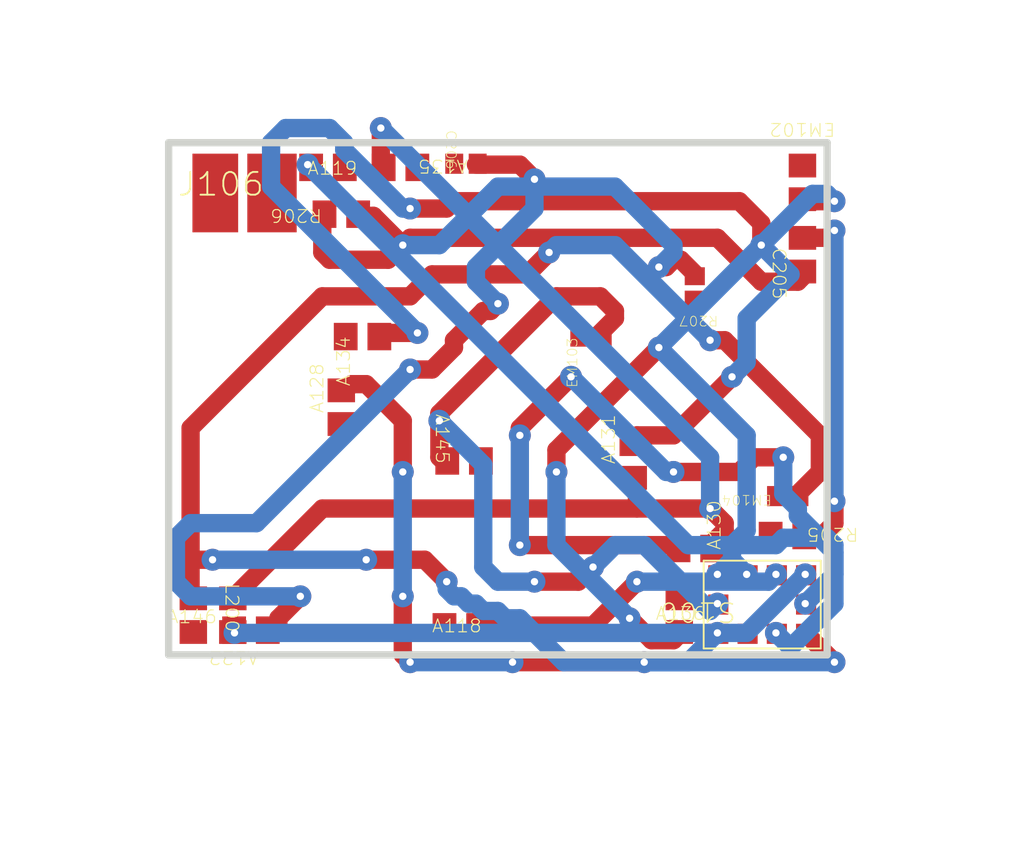
<source format=kicad_pcb>
 ( kicad_pcb  ( version 20171130 )
 ( host pcbnew "(5.1.0)-1" )
 ( general  ( thickness 1.6 )
 ( drawings 4 )
 ( tracks 0 )
 ( zones 0 )
 ( modules 22 )
 ( nets 21 )
)
 ( page A4 )
 ( layers  ( 0 F.Cu signal )
 ( 31 B.Cu signal )
 ( 32 B.Adhes user )
 ( 33 F.Adhes user )
 ( 34 B.Paste user )
 ( 35 F.Paste user )
 ( 36 B.SilkS user )
 ( 37 F.SilkS user )
 ( 38 B.Mask user )
 ( 39 F.Mask user )
 ( 40 Dwgs.User user )
 ( 41 Cmts.User user )
 ( 42 Eco1.User user )
 ( 43 Eco2.User user )
 ( 44 Edge.Cuts user )
 ( 45 Margin user )
 ( 46 B.CrtYd user )
 ( 47 F.CrtYd user )
 ( 48 B.Fab user )
 ( 49 F.Fab user )
)
 ( setup  ( last_trace_width 0.25 )
 ( trace_clearance 0.2 )
 ( zone_clearance 0.508 )
 ( zone_45_only no )
 ( trace_min 0.2 )
 ( via_size 0.8 )
 ( via_drill 0.4 )
 ( via_min_size 0.4 )
 ( via_min_drill 0.3 )
 ( uvia_size 0.3 )
 ( uvia_drill 0.1 )
 ( uvias_allowed no )
 ( uvia_min_size 0.2 )
 ( uvia_min_drill 0.1 )
 ( edge_width 0.05 )
 ( segment_width 0.2 )
 ( pcb_text_width 0.3 )
 ( pcb_text_size 1.5 1.5 )
 ( mod_edge_width 0.12 )
 ( mod_text_size 1 1 )
 ( mod_text_width 0.15 )
 ( pad_size 1.524 1.524 )
 ( pad_drill 0.762 )
 ( pad_to_mask_clearance 0.051 )
 ( solder_mask_min_width 0.25 )
 ( aux_axis_origin 0 0 )
 ( visible_elements FFFFFF7F )
 ( pcbplotparams  ( layerselection 0x010fc_ffffffff )
 ( usegerberextensions false )
 ( usegerberattributes false )
 ( usegerberadvancedattributes false )
 ( creategerberjobfile false )
 ( excludeedgelayer true )
 ( linewidth 0.150000 )
 ( plotframeref false )
 ( viasonmask false )
 ( mode 1 )
 ( useauxorigin false )
 ( hpglpennumber 1 )
 ( hpglpenspeed 20 )
 ( hpglpendiameter 15.000000 )
 ( psnegative false )
 ( psa4output false )
 ( plotreference true )
 ( plotvalue true )
 ( plotinvisibletext false )
 ( padsonsilk false )
 ( subtractmaskfromsilk false )
 ( outputformat 1 )
 ( mirror false )
 ( drillshape 1 )
 ( scaleselection 1 )
 ( outputdirectory "" )
)
)
 ( net 0 "" )
 ( net 1 CDC_MIC4_N )
 ( net 2 CDC_MIC4_P )
 ( net 3 GND )
 ( net 4 N17753078 )
 ( net 5 N17753084 )
 ( net 6 N17753221 )
 ( net 7 N17753329 )
 ( net 8 N17753375 )
 ( net 9 N17753406 )
 ( net 10 N17753412 )
 ( net 11 N17753435 )
 ( net 12 N17753447 )
 ( net 13 N17753582 )
 ( net 14 N17757419 )
 ( net 15 N17757474 )
 ( net 16 N17757493 )
 ( net 17 SDR_RFFE8_CLK )
 ( net 18 SDR_RFFE8_DATA )
 ( net 19 VREG_L15B_1P8 )
 ( net 20 WCD_MIC_BIAS4 )
 ( net_class Default "This is the default net class."  ( clearance 0.2 )
 ( trace_width 0.25 )
 ( via_dia 0.8 )
 ( via_drill 0.4 )
 ( uvia_dia 0.3 )
 ( uvia_drill 0.1 )
 ( add_net CDC_MIC4_N )
 ( add_net CDC_MIC4_P )
 ( add_net GND )
 ( add_net N17753078 )
 ( add_net N17753084 )
 ( add_net N17753221 )
 ( add_net N17753329 )
 ( add_net N17753375 )
 ( add_net N17753406 )
 ( add_net N17753412 )
 ( add_net N17753435 )
 ( add_net N17753447 )
 ( add_net N17753582 )
 ( add_net N17757419 )
 ( add_net N17757474 )
 ( add_net N17757493 )
 ( add_net SDR_RFFE8_CLK )
 ( add_net SDR_RFFE8_DATA )
 ( add_net VREG_L15B_1P8 )
 ( add_net WCD_MIC_BIAS4 )
)
 ( module ANT_1_0X1_7_P2_HT1_45_HD_1  ( layer F.Cu )
 ( tedit 0 )
 ( tstamp 682E8C7C )
 ( at 129.862500 385.687500 270.000000 )
 ( attr smd )
 ( fp_text reference J106  ( at -0.119265 0.14683 unlocked )
 ( layer F.SilkS )
 ( effects  ( font  ( size 0.311029 0.32715 )
 ( thickness 0.0254 )
)
)
)
 ( fp_text value KEY_2P_ANT_1_0X1_7_P2_HT1_45_HD  ( at -0.237065 -3.674508 unlocked )
 ( layer F.SilkS )
hide  ( effects  ( font  ( size 0.311029 0.32715 )
 ( thickness 0.0254 )
)
)
)
 ( pad 1 smd rect  ( at 0 -0.55 )
 ( size 0.675 1.075 )
 ( layers F.Cu F.Mask F.Paste )
 ( net 3 GND )
)
 ( pad 2 smd rect  ( at 0 0.225 )
 ( size 0.625 1.075 )
 ( layers F.Cu F.Mask F.Paste )
 ( net 3 GND )
)
)
 ( module IND0201-HT0_42_1  ( layer F.Cu )
 ( tedit 0 )
 ( tstamp 682E8C5F )
 ( at 131.360000 388.615000 90.000000 )
 ( attr smd )
 ( fp_text reference A128  ( at 0.25967 -0.332335 90 unlocked )
 ( layer F.SilkS )
 ( effects  ( font  ( size 0.174936 0.184002 )
 ( thickness 0.015 )
)
)
)
 ( fp_text value INDUCTOR_IND0201-HT0_42_3NH  ( at 0.133335 1.800023 unlocked )
 ( layer F.SilkS )
hide  ( effects  ( font  ( size 0.174936 0.184002 )
 ( thickness 0.015 )
)
)
)
 ( fp_line  ( start 0.23 0.884 )
 ( end 0.535 0.783 )
 ( layer B.Fab )
 ( width 0.0254 )
)
 ( fp_line  ( start 3.112 0.15 )
 ( end 3.213 0.455 )
 ( layer B.Fab )
 ( width 0.0254 )
)
 ( fp_line  ( start 3.112 0.76 )
 ( end 3.112 0.15 )
 ( layer B.Fab )
 ( width 0.0254 )
)
 ( fp_line  ( start 3.011 0.455 )
 ( end 3.112 0.15 )
 ( layer B.Fab )
 ( width 0.0254 )
)
 ( fp_line  ( start -0.046 0.15 )
 ( end 3.417 0.15 )
 ( layer B.Fab )
 ( width 0.0254 )
)
 ( fp_line  ( start 0.554 -0.15 )
 ( end 3.417 -0.15 )
 ( layer B.Fab )
 ( width 0.0254 )
)
 ( fp_line  ( start 3.011 -0.455 )
 ( end 3.112 -0.15 )
 ( layer B.Fab )
 ( width 0.0254 )
)
 ( fp_line  ( start 3.112 -0.15 )
 ( end 3.213 -0.455 )
 ( layer B.Fab )
 ( width 0.0254 )
)
 ( fp_line  ( start 3.112 -0.15 )
 ( end 3.112 -0.639 )
 ( layer B.Fab )
 ( width 0.0254 )
)
 ( fp_line  ( start 0.23 0.884 )
 ( end 0.535 0.985 )
 ( layer B.Fab )
 ( width 0.0254 )
)
 ( fp_line  ( start 0.3 1.39 )
 ( end 0.992 1.39 )
 ( layer B.Fab )
 ( width 0.0254 )
)
 ( fp_line  ( start -0.23 1.189 )
 ( end -0.23 0.254 )
 ( layer B.Fab )
 ( width 0.0254 )
)
 ( fp_line  ( start 0.3 1.39 )
 ( end 0.605 1.289 )
 ( layer B.Fab )
 ( width 0.0254 )
)
 ( fp_line  ( start 0.3 1.695 )
 ( end 0.3 0.104 )
 ( layer B.Fab )
 ( width 0.0254 )
)
 ( fp_line  ( start 0.23 1.189 )
 ( end 0.23 0.254 )
 ( layer B.Fab )
 ( width 0.0254 )
)
 ( fp_line  ( start -0.3 1.695 )
 ( end -0.3 0.404 )
 ( layer B.Fab )
 ( width 0.0254 )
)
 ( fp_line  ( start 0.3 1.39 )
 ( end 0.605 1.491 )
 ( layer B.Fab )
 ( width 0.0254 )
)
 ( fp_line  ( start 0.23 0.884 )
 ( end 1.002 0.884 )
 ( layer B.Fab )
 ( width 0.0254 )
)
 ( fp_line  ( start -0.535 0.783 )
 ( end -0.23 0.884 )
 ( layer B.Fab )
 ( width 0.0254 )
)
 ( fp_line  ( start -0.535 0.985 )
 ( end -0.23 0.884 )
 ( layer B.Fab )
 ( width 0.0254 )
)
 ( fp_line  ( start -0.84 0.884 )
 ( end -0.23 0.884 )
 ( layer B.Fab )
 ( width 0.0254 )
)
 ( fp_line  ( start -0.605 1.289 )
 ( end -0.3 1.39 )
 ( layer B.Fab )
 ( width 0.0254 )
)
 ( fp_line  ( start -0.605 1.491 )
 ( end -0.3 1.39 )
 ( layer B.Fab )
 ( width 0.0254 )
)
 ( fp_line  ( start -0.91 1.39 )
 ( end -0.3 1.39 )
 ( layer B.Fab )
 ( width 0.0254 )
)
 ( pad 1 smd rect  ( at -0.23 0 )
 ( size 0.375 0.325 )
 ( layers F.Cu F.Mask F.Paste )
 ( net 3 GND )
)
 ( pad 2 smd rect  ( at 0.23 0 )
 ( size 0.375 0.325 )
 ( layers F.Cu F.Mask F.Paste )
 ( net 8 N17753375 )
)
)
 ( module CAP01005_HT0_22_S0_38_1  ( layer F.Cu )
 ( tedit 0 )
 ( tstamp 682E8C5A )
 ( at 133.063623 385.287500 180.000000 )
 ( attr smd )
 ( fp_text reference C206  ( at 0.204 0.19204 270 unlocked )
 ( layer F.SilkS )
 ( effects  ( font  ( size 0.133299 0.140208 )
 ( thickness 0.01016 )
)
)
)
 ( fp_text value CAP_NP_CAP01005_HT0_22_S0_38_0.  ( at -0.1016 -1.5748 unlocked )
 ( layer F.SilkS )
hide  ( effects  ( font  ( size 0.133299 0.140208 )
 ( thickness 0.01016 )
)
)
)
 ( pad 1 smd rect  ( at -0.16 0 270.000000 )
 ( size 0.275 0.245 )
 ( layers F.Cu F.Mask F.Paste )
 ( net 20 WCD_MIC_BIAS4 )
)
 ( pad 2 smd rect  ( at 0.16 0 270.000000 )
 ( size 0.275 0.245 )
 ( layers F.Cu F.Mask F.Paste )
 ( net 3 GND )
)
)
 ( module CAP01005_HT0_22_NM_1  ( layer F.Cu )
 ( tedit 0 )
 ( tstamp 682E8C55 )
 ( at 134.772540 387.650000 180.000000 )
 ( attr smd )
 ( fp_text reference EM103  ( at 0.2548 -0.3566 90 unlocked )
 ( layer F.SilkS )
 ( effects  ( font  ( size 0.133299 0.140208 )
 ( thickness 0.01016 )
)
)
)
 ( fp_text value CAP_NM_CAP01005_HT0_22_NM_NM  ( at 0.1016 1.4224 unlocked )
 ( layer F.SilkS )
hide  ( effects  ( font  ( size 0.133299 0.140208 )
 ( thickness 0.01016 )
)
)
)
 ( pad 1 smd rect  ( at -0.16 0 90.000000 )
 ( size 0.275 0.245 )
 ( layers F.Cu F.Mask F.Paste )
 ( net 11 N17753435 )
)
 ( pad 2 smd rect  ( at 0.16 0 90.000000 )
 ( size 0.275 0.245 )
 ( layers F.Cu F.Mask F.Paste )
 ( net 3 GND )
)
)
 ( module CAP01005_HT0_22_NM_2  ( layer F.Cu )
 ( tedit 0 )
 ( tstamp 682E8C50 )
 ( at 137.461302 389.830077 180.000000 )
 ( attr smd )
 ( fp_text reference EM104  ( at 0.5596 -0.0518 180 unlocked )
 ( layer F.SilkS )
 ( effects  ( font  ( size 0.133299 0.140208 )
 ( thickness 0.01016 )
)
)
)
 ( fp_text value CAP_NM_CAP01005_HT0_22_NM_NM  ( at -1.4224 0.1016 unlocked )
 ( layer F.SilkS )
hide  ( effects  ( font  ( size 0.133299 0.140208 )
 ( thickness 0.01016 )
)
)
)
 ( pad 1 smd rect  ( at -0.16 0 )
 ( size 0.245 0.275 )
 ( layers F.Cu F.Mask F.Paste )
 ( net 12 N17753447 )
)
 ( pad 2 smd rect  ( at 0.16 0 )
 ( size 0.245 0.275 )
 ( layers F.Cu F.Mask F.Paste )
 ( net 3 GND )
)
)
 ( module RES01005_HT0_15_S0_38_1  ( layer F.Cu )
 ( tedit 0 )
 ( tstamp 682E8C4B )
 ( at 136.191000 386.985000 270.000000 )
 ( attr smd )
 ( fp_text reference R207  ( at 0.44784 -0.0518 180 unlocked )
 ( layer F.SilkS )
 ( effects  ( font  ( size 0.133299 0.140208 )
 ( thickness 0.01016 )
)
)
)
 ( fp_text value RES_RES01005_HT0_15_S0_38_0OHM  ( at -1.524 0.1016 unlocked )
 ( layer F.SilkS )
hide  ( effects  ( font  ( size 0.133299 0.140208 )
 ( thickness 0.01016 )
)
)
)
 ( pad 1 smd rect  ( at -0.16 0 90.000000 )
 ( size 0.245 0.275 )
 ( layers F.Cu F.Mask F.Paste )
 ( net 16 N17757493 )
)
 ( pad 2 smd rect  ( at 0.16 0 90.000000 )
 ( size 0.245 0.275 )
 ( layers F.Cu F.Mask F.Paste )
 ( net 3 GND )
)
)
 ( module CAP0201-HT0_33_NM_1  ( layer F.Cu )
 ( tedit 0 )
 ( tstamp 682E8C2E )
 ( at 131.650000 387.650000 180.000000 )
 ( attr smd )
 ( fp_text reference A134  ( at 0.25967 -0.337335 90 unlocked )
 ( layer F.SilkS )
 ( effects  ( font  ( size 0.174936 0.184002 )
 ( thickness 0.015 )
)
)
)
 ( fp_text value CAP_NM_CAP0201-HT0_33_NM_NM  ( at 0.133335 1.800023 unlocked )
 ( layer F.SilkS )
hide  ( effects  ( font  ( size 0.174936 0.184002 )
 ( thickness 0.015 )
)
)
)
 ( fp_line  ( start 2.226 0.15 )
 ( end 2.328 0.455 )
 ( layer B.Fab )
 ( width 0.0254 )
)
 ( fp_line  ( start 0.23 0.636 )
 ( end 0.84 0.636 )
 ( layer B.Fab )
 ( width 0.0254 )
)
 ( fp_line  ( start 2.226 0.573 )
 ( end 2.226 0.15 )
 ( layer B.Fab )
 ( width 0.0254 )
)
 ( fp_line  ( start 2.125 0.455 )
 ( end 2.226 0.15 )
 ( layer B.Fab )
 ( width 0.0254 )
)
 ( fp_line  ( start 0.554 0.15 )
 ( end 2.48 0.15 )
 ( layer B.Fab )
 ( width 0.0254 )
)
 ( fp_line  ( start 0.23 0.636 )
 ( end 0.535 0.535 )
 ( layer B.Fab )
 ( width 0.0254 )
)
 ( fp_line  ( start 2.125 -0.455 )
 ( end 2.226 -0.15 )
 ( layer B.Fab )
 ( width 0.0254 )
)
 ( fp_line  ( start 0.554 -0.15 )
 ( end 2.48 -0.15 )
 ( layer B.Fab )
 ( width 0.0254 )
)
 ( fp_line  ( start 2.226 -0.15 )
 ( end 2.328 -0.455 )
 ( layer B.Fab )
 ( width 0.0254 )
)
 ( fp_line  ( start 2.226 -0.15 )
 ( end 2.226 -0.76 )
 ( layer B.Fab )
 ( width 0.0254 )
)
 ( fp_line  ( start 0.23 0.89 )
 ( end 0.23 0.254 )
 ( layer B.Fab )
 ( width 0.0254 )
)
 ( fp_line  ( start 0.3 1.272 )
 ( end 0.91 1.272 )
 ( layer B.Fab )
 ( width 0.0254 )
)
 ( fp_line  ( start -0.23 0.89 )
 ( end -0.23 0.254 )
 ( layer B.Fab )
 ( width 0.0254 )
)
 ( fp_line  ( start 0.3 1.272 )
 ( end 0.605 1.171 )
 ( layer B.Fab )
 ( width 0.0254 )
)
 ( fp_line  ( start 0.3 1.272 )
 ( end 0.605 1.374 )
 ( layer B.Fab )
 ( width 0.0254 )
)
 ( fp_line  ( start -0.3 1.526 )
 ( end -0.3 0.404 )
 ( layer B.Fab )
 ( width 0.0254 )
)
 ( fp_line  ( start -0.535 0.535 )
 ( end -0.23 0.636 )
 ( layer B.Fab )
 ( width 0.0254 )
)
 ( fp_line  ( start -0.535 0.738 )
 ( end -0.23 0.636 )
 ( layer B.Fab )
 ( width 0.0254 )
)
 ( fp_line  ( start -0.841 0.636 )
 ( end -0.23 0.636 )
 ( layer B.Fab )
 ( width 0.0254 )
)
 ( fp_line  ( start -0.605 1.171 )
 ( end -0.3 1.272 )
 ( layer B.Fab )
 ( width 0.0254 )
)
 ( fp_line  ( start -0.605 1.374 )
 ( end -0.3 1.272 )
 ( layer B.Fab )
 ( width 0.0254 )
)
 ( fp_line  ( start -0.841 1.272 )
 ( end -0.3 1.272 )
 ( layer B.Fab )
 ( width 0.0254 )
)
 ( fp_line  ( start 0.23 0.636 )
 ( end 0.535 0.738 )
 ( layer B.Fab )
 ( width 0.0254 )
)
 ( fp_line  ( start 0.3 1.526 )
 ( end 0.3 0.404 )
 ( layer B.Fab )
 ( width 0.0254 )
)
 ( pad 1 smd rect  ( at -0.23 0 90.000000 )
 ( size 0.375 0.325 )
 ( layers F.Cu F.Mask F.Paste )
 ( net 13 N17753582 )
)
 ( pad 2 smd rect  ( at 0.23 0 90.000000 )
 ( size 0.375 0.325 )
 ( layers F.Cu F.Mask F.Paste )
 ( net 3 GND )
)
)
 ( module CAP0201-HT0_33_NM_2  ( layer F.Cu )
 ( tedit 0 )
 ( tstamp 682E8C11 )
 ( at 132.169056 385.337500 )
 ( attr smd )
 ( fp_text reference A135  ( at 0.57967 -0.017335 180 unlocked )
 ( layer F.SilkS )
 ( effects  ( font  ( size 0.174936 0.184002 )
 ( thickness 0.015 )
)
)
)
 ( fp_text value CAP_NM_CAP0201-HT0_33_NM_NM  ( at -1.800023 0.133335 unlocked )
 ( layer F.SilkS )
hide  ( effects  ( font  ( size 0.174936 0.184002 )
 ( thickness 0.015 )
)
)
)
 ( fp_line  ( start 2.226 0.15 )
 ( end 2.328 0.455 )
 ( layer B.Fab )
 ( width 0.0254 )
)
 ( fp_line  ( start 0.23 0.636 )
 ( end 0.84 0.636 )
 ( layer B.Fab )
 ( width 0.0254 )
)
 ( fp_line  ( start 2.226 0.573 )
 ( end 2.226 0.15 )
 ( layer B.Fab )
 ( width 0.0254 )
)
 ( fp_line  ( start 2.125 0.455 )
 ( end 2.226 0.15 )
 ( layer B.Fab )
 ( width 0.0254 )
)
 ( fp_line  ( start 0.554 0.15 )
 ( end 2.48 0.15 )
 ( layer B.Fab )
 ( width 0.0254 )
)
 ( fp_line  ( start 0.23 0.636 )
 ( end 0.535 0.535 )
 ( layer B.Fab )
 ( width 0.0254 )
)
 ( fp_line  ( start 2.125 -0.455 )
 ( end 2.226 -0.15 )
 ( layer B.Fab )
 ( width 0.0254 )
)
 ( fp_line  ( start 0.554 -0.15 )
 ( end 2.48 -0.15 )
 ( layer B.Fab )
 ( width 0.0254 )
)
 ( fp_line  ( start 2.226 -0.15 )
 ( end 2.328 -0.455 )
 ( layer B.Fab )
 ( width 0.0254 )
)
 ( fp_line  ( start 2.226 -0.15 )
 ( end 2.226 -0.76 )
 ( layer B.Fab )
 ( width 0.0254 )
)
 ( fp_line  ( start 0.23 0.89 )
 ( end 0.23 0.254 )
 ( layer B.Fab )
 ( width 0.0254 )
)
 ( fp_line  ( start 0.3 1.272 )
 ( end 0.91 1.272 )
 ( layer B.Fab )
 ( width 0.0254 )
)
 ( fp_line  ( start -0.23 0.89 )
 ( end -0.23 0.254 )
 ( layer B.Fab )
 ( width 0.0254 )
)
 ( fp_line  ( start 0.3 1.272 )
 ( end 0.605 1.171 )
 ( layer B.Fab )
 ( width 0.0254 )
)
 ( fp_line  ( start 0.3 1.272 )
 ( end 0.605 1.374 )
 ( layer B.Fab )
 ( width 0.0254 )
)
 ( fp_line  ( start -0.3 1.526 )
 ( end -0.3 0.404 )
 ( layer B.Fab )
 ( width 0.0254 )
)
 ( fp_line  ( start -0.535 0.535 )
 ( end -0.23 0.636 )
 ( layer B.Fab )
 ( width 0.0254 )
)
 ( fp_line  ( start -0.535 0.738 )
 ( end -0.23 0.636 )
 ( layer B.Fab )
 ( width 0.0254 )
)
 ( fp_line  ( start -0.841 0.636 )
 ( end -0.23 0.636 )
 ( layer B.Fab )
 ( width 0.0254 )
)
 ( fp_line  ( start -0.605 1.171 )
 ( end -0.3 1.272 )
 ( layer B.Fab )
 ( width 0.0254 )
)
 ( fp_line  ( start -0.605 1.374 )
 ( end -0.3 1.272 )
 ( layer B.Fab )
 ( width 0.0254 )
)
 ( fp_line  ( start -0.841 1.272 )
 ( end -0.3 1.272 )
 ( layer B.Fab )
 ( width 0.0254 )
)
 ( fp_line  ( start 0.23 0.636 )
 ( end 0.535 0.738 )
 ( layer B.Fab )
 ( width 0.0254 )
)
 ( fp_line  ( start 0.3 1.526 )
 ( end 0.3 0.404 )
 ( layer B.Fab )
 ( width 0.0254 )
)
 ( pad 1 smd rect  ( at -0.23 0 180.000000 )
 ( size 0.325 0.375 )
 ( layers F.Cu F.Mask F.Paste )
 ( net 4 N17753078 )
)
 ( pad 2 smd rect  ( at 0.23 0 180.000000 )
 ( size 0.325 0.375 )
 ( layers F.Cu F.Mask F.Paste )
 ( net 3 GND )
)
)
 ( module CAP0201-HT0_33_1  ( layer F.Cu )
 ( tedit 0 )
 ( tstamp 682E8BF4 )
 ( at 136.198671 390.546185 )
 ( attr smd )
 ( fp_text reference A130  ( at 0.25767 -0.321335 90 unlocked )
 ( layer F.SilkS )
 ( effects  ( font  ( size 0.174936 0.184002 )
 ( thickness 0.015 )
)
)
)
 ( fp_text value CAP_NP_CAP0201-HT0_33_0.4PF  ( at 0.133335 1.800023 unlocked )
 ( layer F.SilkS )
hide  ( effects  ( font  ( size 0.174936 0.184002 )
 ( thickness 0.015 )
)
)
)
 ( fp_line  ( start 2.226 0.15 )
 ( end 2.328 0.455 )
 ( layer B.Fab )
 ( width 0.0254 )
)
 ( fp_line  ( start 0.23 0.636 )
 ( end 0.84 0.636 )
 ( layer B.Fab )
 ( width 0.0254 )
)
 ( fp_line  ( start 2.226 0.573 )
 ( end 2.226 0.15 )
 ( layer B.Fab )
 ( width 0.0254 )
)
 ( fp_line  ( start 2.125 0.455 )
 ( end 2.226 0.15 )
 ( layer B.Fab )
 ( width 0.0254 )
)
 ( fp_line  ( start 0.554 0.15 )
 ( end 2.48 0.15 )
 ( layer B.Fab )
 ( width 0.0254 )
)
 ( fp_line  ( start 0.23 0.636 )
 ( end 0.535 0.535 )
 ( layer B.Fab )
 ( width 0.0254 )
)
 ( fp_line  ( start 2.125 -0.455 )
 ( end 2.226 -0.15 )
 ( layer B.Fab )
 ( width 0.0254 )
)
 ( fp_line  ( start 0.554 -0.15 )
 ( end 2.48 -0.15 )
 ( layer B.Fab )
 ( width 0.0254 )
)
 ( fp_line  ( start 2.226 -0.15 )
 ( end 2.328 -0.455 )
 ( layer B.Fab )
 ( width 0.0254 )
)
 ( fp_line  ( start 2.226 -0.15 )
 ( end 2.226 -0.76 )
 ( layer B.Fab )
 ( width 0.0254 )
)
 ( fp_line  ( start 0.23 0.89 )
 ( end 0.23 0.254 )
 ( layer B.Fab )
 ( width 0.0254 )
)
 ( fp_line  ( start 0.3 1.272 )
 ( end 0.91 1.272 )
 ( layer B.Fab )
 ( width 0.0254 )
)
 ( fp_line  ( start -0.23 0.89 )
 ( end -0.23 0.254 )
 ( layer B.Fab )
 ( width 0.0254 )
)
 ( fp_line  ( start 0.3 1.272 )
 ( end 0.605 1.171 )
 ( layer B.Fab )
 ( width 0.0254 )
)
 ( fp_line  ( start 0.3 1.272 )
 ( end 0.605 1.374 )
 ( layer B.Fab )
 ( width 0.0254 )
)
 ( fp_line  ( start -0.3 1.526 )
 ( end -0.3 0.404 )
 ( layer B.Fab )
 ( width 0.0254 )
)
 ( fp_line  ( start -0.535 0.535 )
 ( end -0.23 0.636 )
 ( layer B.Fab )
 ( width 0.0254 )
)
 ( fp_line  ( start -0.535 0.738 )
 ( end -0.23 0.636 )
 ( layer B.Fab )
 ( width 0.0254 )
)
 ( fp_line  ( start -0.841 0.636 )
 ( end -0.23 0.636 )
 ( layer B.Fab )
 ( width 0.0254 )
)
 ( fp_line  ( start -0.605 1.171 )
 ( end -0.3 1.272 )
 ( layer B.Fab )
 ( width 0.0254 )
)
 ( fp_line  ( start -0.605 1.374 )
 ( end -0.3 1.272 )
 ( layer B.Fab )
 ( width 0.0254 )
)
 ( fp_line  ( start -0.841 1.272 )
 ( end -0.3 1.272 )
 ( layer B.Fab )
 ( width 0.0254 )
)
 ( fp_line  ( start 0.23 0.636 )
 ( end 0.535 0.738 )
 ( layer B.Fab )
 ( width 0.0254 )
)
 ( fp_line  ( start 0.3 1.526 )
 ( end 0.3 0.404 )
 ( layer B.Fab )
 ( width 0.0254 )
)
 ( pad 1 smd rect  ( at -0.23 0 270.000000 )
 ( size 0.375 0.325 )
 ( layers F.Cu F.Mask F.Paste )
 ( net 10 N17753412 )
)
 ( pad 2 smd rect  ( at 0.23 0 270.000000 )
 ( size 0.375 0.325 )
 ( layers F.Cu F.Mask F.Paste )
 ( net 4 N17753078 )
)
)
 ( module CAP0201-HT0_33_3  ( layer F.Cu )
 ( tedit 0 )
 ( tstamp 682E8BD7 )
 ( at 137.662500 385.542500 90.000000 )
 ( attr smd )
 ( fp_text reference EM102  ( at 0.724338 -0.001335 180 unlocked )
 ( layer F.SilkS )
 ( effects  ( font  ( size 0.174936 0.184002 )
 ( thickness 0.015 )
)
)
)
 ( fp_text value CAP_NP_CAP0201-HT0_33_100PF  ( at -1.800023 0.133335 unlocked )
 ( layer F.SilkS )
hide  ( effects  ( font  ( size 0.174936 0.184002 )
 ( thickness 0.015 )
)
)
)
 ( fp_line  ( start 2.226 0.15 )
 ( end 2.328 0.455 )
 ( layer B.Fab )
 ( width 0.0254 )
)
 ( fp_line  ( start 0.23 0.636 )
 ( end 0.84 0.636 )
 ( layer B.Fab )
 ( width 0.0254 )
)
 ( fp_line  ( start 2.226 0.573 )
 ( end 2.226 0.15 )
 ( layer B.Fab )
 ( width 0.0254 )
)
 ( fp_line  ( start 2.125 0.455 )
 ( end 2.226 0.15 )
 ( layer B.Fab )
 ( width 0.0254 )
)
 ( fp_line  ( start 0.554 0.15 )
 ( end 2.48 0.15 )
 ( layer B.Fab )
 ( width 0.0254 )
)
 ( fp_line  ( start 0.23 0.636 )
 ( end 0.535 0.535 )
 ( layer B.Fab )
 ( width 0.0254 )
)
 ( fp_line  ( start 2.125 -0.455 )
 ( end 2.226 -0.15 )
 ( layer B.Fab )
 ( width 0.0254 )
)
 ( fp_line  ( start 0.554 -0.15 )
 ( end 2.48 -0.15 )
 ( layer B.Fab )
 ( width 0.0254 )
)
 ( fp_line  ( start 2.226 -0.15 )
 ( end 2.328 -0.455 )
 ( layer B.Fab )
 ( width 0.0254 )
)
 ( fp_line  ( start 2.226 -0.15 )
 ( end 2.226 -0.76 )
 ( layer B.Fab )
 ( width 0.0254 )
)
 ( fp_line  ( start 0.23 0.89 )
 ( end 0.23 0.254 )
 ( layer B.Fab )
 ( width 0.0254 )
)
 ( fp_line  ( start 0.3 1.272 )
 ( end 0.91 1.272 )
 ( layer B.Fab )
 ( width 0.0254 )
)
 ( fp_line  ( start -0.23 0.89 )
 ( end -0.23 0.254 )
 ( layer B.Fab )
 ( width 0.0254 )
)
 ( fp_line  ( start 0.3 1.272 )
 ( end 0.605 1.171 )
 ( layer B.Fab )
 ( width 0.0254 )
)
 ( fp_line  ( start 0.3 1.272 )
 ( end 0.605 1.374 )
 ( layer B.Fab )
 ( width 0.0254 )
)
 ( fp_line  ( start -0.3 1.526 )
 ( end -0.3 0.404 )
 ( layer B.Fab )
 ( width 0.0254 )
)
 ( fp_line  ( start -0.535 0.535 )
 ( end -0.23 0.636 )
 ( layer B.Fab )
 ( width 0.0254 )
)
 ( fp_line  ( start -0.535 0.738 )
 ( end -0.23 0.636 )
 ( layer B.Fab )
 ( width 0.0254 )
)
 ( fp_line  ( start -0.841 0.636 )
 ( end -0.23 0.636 )
 ( layer B.Fab )
 ( width 0.0254 )
)
 ( fp_line  ( start -0.605 1.171 )
 ( end -0.3 1.272 )
 ( layer B.Fab )
 ( width 0.0254 )
)
 ( fp_line  ( start -0.605 1.374 )
 ( end -0.3 1.272 )
 ( layer B.Fab )
 ( width 0.0254 )
)
 ( fp_line  ( start -0.841 1.272 )
 ( end -0.3 1.272 )
 ( layer B.Fab )
 ( width 0.0254 )
)
 ( fp_line  ( start 0.23 0.636 )
 ( end 0.535 0.738 )
 ( layer B.Fab )
 ( width 0.0254 )
)
 ( fp_line  ( start 0.3 1.526 )
 ( end 0.3 0.404 )
 ( layer B.Fab )
 ( width 0.0254 )
)
 ( pad 1 smd rect  ( at -0.23 0 270.000000 )
 ( size 0.325 0.375 )
 ( layers F.Cu F.Mask F.Paste )
 ( net 9 N17753406 )
)
 ( pad 2 smd rect  ( at 0.23 0 270.000000 )
 ( size 0.325 0.375 )
 ( layers F.Cu F.Mask F.Paste )
 ( net 3 GND )
)
)
 ( module CAP0201-HT0_33_4  ( layer F.Cu )
 ( tedit 0 )
 ( tstamp 682E8BBA )
 ( at 137.662500 386.530779 270.000000 )
 ( attr smd )
 ( fp_text reference C205  ( at 0.25767 0.318665 270 unlocked )
 ( layer F.SilkS )
 ( effects  ( font  ( size 0.174936 0.184002 )
 ( thickness 0.015 )
)
)
)
 ( fp_text value CAP_NP_CAP0201-HT0_33_33PF  ( at -0.133335 -1.733355 unlocked )
 ( layer F.SilkS )
hide  ( effects  ( font  ( size 0.174936 0.184002 )
 ( thickness 0.015 )
)
)
)
 ( fp_line  ( start 2.226 0.15 )
 ( end 2.328 0.455 )
 ( layer B.Fab )
 ( width 0.0254 )
)
 ( fp_line  ( start 0.23 0.636 )
 ( end 0.84 0.636 )
 ( layer B.Fab )
 ( width 0.0254 )
)
 ( fp_line  ( start 2.226 0.573 )
 ( end 2.226 0.15 )
 ( layer B.Fab )
 ( width 0.0254 )
)
 ( fp_line  ( start 2.125 0.455 )
 ( end 2.226 0.15 )
 ( layer B.Fab )
 ( width 0.0254 )
)
 ( fp_line  ( start 0.554 0.15 )
 ( end 2.48 0.15 )
 ( layer B.Fab )
 ( width 0.0254 )
)
 ( fp_line  ( start 0.23 0.636 )
 ( end 0.535 0.535 )
 ( layer B.Fab )
 ( width 0.0254 )
)
 ( fp_line  ( start 2.125 -0.455 )
 ( end 2.226 -0.15 )
 ( layer B.Fab )
 ( width 0.0254 )
)
 ( fp_line  ( start 0.554 -0.15 )
 ( end 2.48 -0.15 )
 ( layer B.Fab )
 ( width 0.0254 )
)
 ( fp_line  ( start 2.226 -0.15 )
 ( end 2.328 -0.455 )
 ( layer B.Fab )
 ( width 0.0254 )
)
 ( fp_line  ( start 2.226 -0.15 )
 ( end 2.226 -0.76 )
 ( layer B.Fab )
 ( width 0.0254 )
)
 ( fp_line  ( start 0.23 0.89 )
 ( end 0.23 0.254 )
 ( layer B.Fab )
 ( width 0.0254 )
)
 ( fp_line  ( start 0.3 1.272 )
 ( end 0.91 1.272 )
 ( layer B.Fab )
 ( width 0.0254 )
)
 ( fp_line  ( start -0.23 0.89 )
 ( end -0.23 0.254 )
 ( layer B.Fab )
 ( width 0.0254 )
)
 ( fp_line  ( start 0.3 1.272 )
 ( end 0.605 1.171 )
 ( layer B.Fab )
 ( width 0.0254 )
)
 ( fp_line  ( start 0.3 1.272 )
 ( end 0.605 1.374 )
 ( layer B.Fab )
 ( width 0.0254 )
)
 ( fp_line  ( start -0.3 1.526 )
 ( end -0.3 0.404 )
 ( layer B.Fab )
 ( width 0.0254 )
)
 ( fp_line  ( start -0.535 0.535 )
 ( end -0.23 0.636 )
 ( layer B.Fab )
 ( width 0.0254 )
)
 ( fp_line  ( start -0.535 0.738 )
 ( end -0.23 0.636 )
 ( layer B.Fab )
 ( width 0.0254 )
)
 ( fp_line  ( start -0.841 0.636 )
 ( end -0.23 0.636 )
 ( layer B.Fab )
 ( width 0.0254 )
)
 ( fp_line  ( start -0.605 1.171 )
 ( end -0.3 1.272 )
 ( layer B.Fab )
 ( width 0.0254 )
)
 ( fp_line  ( start -0.605 1.374 )
 ( end -0.3 1.272 )
 ( layer B.Fab )
 ( width 0.0254 )
)
 ( fp_line  ( start -0.841 1.272 )
 ( end -0.3 1.272 )
 ( layer B.Fab )
 ( width 0.0254 )
)
 ( fp_line  ( start 0.23 0.636 )
 ( end 0.535 0.738 )
 ( layer B.Fab )
 ( width 0.0254 )
)
 ( fp_line  ( start 0.3 1.526 )
 ( end 0.3 0.404 )
 ( layer B.Fab )
 ( width 0.0254 )
)
 ( pad 1 smd rect  ( at -0.23 0 )
 ( size 0.375 0.325 )
 ( layers F.Cu F.Mask F.Paste )
 ( net 2 CDC_MIC4_P )
)
 ( pad 2 smd rect  ( at 0.23 0 )
 ( size 0.375 0.325 )
 ( layers F.Cu F.Mask F.Paste )
 ( net 1 CDC_MIC4_N )
)
)
 ( module IND0201-HT0_35_1  ( layer F.Cu )
 ( tedit 0 )
 ( tstamp 682E8B9D )
 ( at 129.877000 391.458000 270.000000 )
 ( attr smd )
 ( fp_text reference A122  ( at 0.57967 -0.012335 180 unlocked )
 ( layer F.SilkS )
 ( effects  ( font  ( size 0.174936 0.184002 )
 ( thickness 0.015 )
)
)
)
 ( fp_text value INDUCTOR_IND0201-HT0_35_1NH  ( at -1.800023 0.133335 unlocked )
 ( layer F.SilkS )
hide  ( effects  ( font  ( size 0.174936 0.184002 )
 ( thickness 0.015 )
)
)
)
 ( fp_line  ( start 0.23 0.884 )
 ( end 0.535 0.783 )
 ( layer B.Fab )
 ( width 0.0254 )
)
 ( fp_line  ( start 3.112 0.15 )
 ( end 3.213 0.455 )
 ( layer B.Fab )
 ( width 0.0254 )
)
 ( fp_line  ( start 3.112 0.76 )
 ( end 3.112 0.15 )
 ( layer B.Fab )
 ( width 0.0254 )
)
 ( fp_line  ( start 3.011 0.455 )
 ( end 3.112 0.15 )
 ( layer B.Fab )
 ( width 0.0254 )
)
 ( fp_line  ( start -0.046 0.15 )
 ( end 3.417 0.15 )
 ( layer B.Fab )
 ( width 0.0254 )
)
 ( fp_line  ( start 0.554 -0.15 )
 ( end 3.417 -0.15 )
 ( layer B.Fab )
 ( width 0.0254 )
)
 ( fp_line  ( start 3.011 -0.455 )
 ( end 3.112 -0.15 )
 ( layer B.Fab )
 ( width 0.0254 )
)
 ( fp_line  ( start 3.112 -0.15 )
 ( end 3.213 -0.455 )
 ( layer B.Fab )
 ( width 0.0254 )
)
 ( fp_line  ( start 3.112 -0.15 )
 ( end 3.112 -0.639 )
 ( layer B.Fab )
 ( width 0.0254 )
)
 ( fp_line  ( start 0.23 0.884 )
 ( end 0.535 0.985 )
 ( layer B.Fab )
 ( width 0.0254 )
)
 ( fp_line  ( start 0.3 1.39 )
 ( end 0.992 1.39 )
 ( layer B.Fab )
 ( width 0.0254 )
)
 ( fp_line  ( start -0.23 1.189 )
 ( end -0.23 0.254 )
 ( layer B.Fab )
 ( width 0.0254 )
)
 ( fp_line  ( start 0.3 1.39 )
 ( end 0.605 1.289 )
 ( layer B.Fab )
 ( width 0.0254 )
)
 ( fp_line  ( start 0.3 1.695 )
 ( end 0.3 0.104 )
 ( layer B.Fab )
 ( width 0.0254 )
)
 ( fp_line  ( start 0.23 1.189 )
 ( end 0.23 0.254 )
 ( layer B.Fab )
 ( width 0.0254 )
)
 ( fp_line  ( start -0.3 1.695 )
 ( end -0.3 0.404 )
 ( layer B.Fab )
 ( width 0.0254 )
)
 ( fp_line  ( start 0.3 1.39 )
 ( end 0.605 1.491 )
 ( layer B.Fab )
 ( width 0.0254 )
)
 ( fp_line  ( start 0.23 0.884 )
 ( end 1.002 0.884 )
 ( layer B.Fab )
 ( width 0.0254 )
)
 ( fp_line  ( start -0.535 0.783 )
 ( end -0.23 0.884 )
 ( layer B.Fab )
 ( width 0.0254 )
)
 ( fp_line  ( start -0.535 0.985 )
 ( end -0.23 0.884 )
 ( layer B.Fab )
 ( width 0.0254 )
)
 ( fp_line  ( start -0.84 0.884 )
 ( end -0.23 0.884 )
 ( layer B.Fab )
 ( width 0.0254 )
)
 ( fp_line  ( start -0.605 1.289 )
 ( end -0.3 1.39 )
 ( layer B.Fab )
 ( width 0.0254 )
)
 ( fp_line  ( start -0.605 1.491 )
 ( end -0.3 1.39 )
 ( layer B.Fab )
 ( width 0.0254 )
)
 ( fp_line  ( start -0.91 1.39 )
 ( end -0.3 1.39 )
 ( layer B.Fab )
 ( width 0.0254 )
)
 ( pad 1 smd rect  ( at -0.23 0 90.000000 )
 ( size 0.325 0.375 )
 ( layers F.Cu F.Mask F.Paste )
 ( net 4 N17753078 )
)
 ( pad 2 smd rect  ( at 0.23 0 90.000000 )
 ( size 0.325 0.375 )
 ( layers F.Cu F.Mask F.Paste )
 ( net 5 N17753084 )
)
)
 ( module IND0201-HT0_35_2  ( layer F.Cu )
 ( tedit 0 )
 ( tstamp 682E8B80 )
 ( at 132.999987 391.616946 )
 ( attr smd )
 ( fp_text reference A118  ( at -0.06033 -0.012335 unlocked )
 ( layer F.SilkS )
 ( effects  ( font  ( size 0.174936 0.184002 )
 ( thickness 0.015 )
)
)
)
 ( fp_text value INDUCTOR_IND0201-HT0_35_11NH  ( at 1.86669 -0.133335 unlocked )
 ( layer F.SilkS )
hide  ( effects  ( font  ( size 0.174936 0.184002 )
 ( thickness 0.015 )
)
)
)
 ( fp_line  ( start 0.23 0.884 )
 ( end 0.535 0.783 )
 ( layer B.Fab )
 ( width 0.0254 )
)
 ( fp_line  ( start 3.112 0.15 )
 ( end 3.213 0.455 )
 ( layer B.Fab )
 ( width 0.0254 )
)
 ( fp_line  ( start 3.112 0.76 )
 ( end 3.112 0.15 )
 ( layer B.Fab )
 ( width 0.0254 )
)
 ( fp_line  ( start 3.011 0.455 )
 ( end 3.112 0.15 )
 ( layer B.Fab )
 ( width 0.0254 )
)
 ( fp_line  ( start -0.046 0.15 )
 ( end 3.417 0.15 )
 ( layer B.Fab )
 ( width 0.0254 )
)
 ( fp_line  ( start 0.554 -0.15 )
 ( end 3.417 -0.15 )
 ( layer B.Fab )
 ( width 0.0254 )
)
 ( fp_line  ( start 3.011 -0.455 )
 ( end 3.112 -0.15 )
 ( layer B.Fab )
 ( width 0.0254 )
)
 ( fp_line  ( start 3.112 -0.15 )
 ( end 3.213 -0.455 )
 ( layer B.Fab )
 ( width 0.0254 )
)
 ( fp_line  ( start 3.112 -0.15 )
 ( end 3.112 -0.639 )
 ( layer B.Fab )
 ( width 0.0254 )
)
 ( fp_line  ( start 0.23 0.884 )
 ( end 0.535 0.985 )
 ( layer B.Fab )
 ( width 0.0254 )
)
 ( fp_line  ( start 0.3 1.39 )
 ( end 0.992 1.39 )
 ( layer B.Fab )
 ( width 0.0254 )
)
 ( fp_line  ( start -0.23 1.189 )
 ( end -0.23 0.254 )
 ( layer B.Fab )
 ( width 0.0254 )
)
 ( fp_line  ( start 0.3 1.39 )
 ( end 0.605 1.289 )
 ( layer B.Fab )
 ( width 0.0254 )
)
 ( fp_line  ( start 0.3 1.695 )
 ( end 0.3 0.104 )
 ( layer B.Fab )
 ( width 0.0254 )
)
 ( fp_line  ( start 0.23 1.189 )
 ( end 0.23 0.254 )
 ( layer B.Fab )
 ( width 0.0254 )
)
 ( fp_line  ( start -0.3 1.695 )
 ( end -0.3 0.404 )
 ( layer B.Fab )
 ( width 0.0254 )
)
 ( fp_line  ( start 0.3 1.39 )
 ( end 0.605 1.491 )
 ( layer B.Fab )
 ( width 0.0254 )
)
 ( fp_line  ( start 0.23 0.884 )
 ( end 1.002 0.884 )
 ( layer B.Fab )
 ( width 0.0254 )
)
 ( fp_line  ( start -0.535 0.783 )
 ( end -0.23 0.884 )
 ( layer B.Fab )
 ( width 0.0254 )
)
 ( fp_line  ( start -0.535 0.985 )
 ( end -0.23 0.884 )
 ( layer B.Fab )
 ( width 0.0254 )
)
 ( fp_line  ( start -0.84 0.884 )
 ( end -0.23 0.884 )
 ( layer B.Fab )
 ( width 0.0254 )
)
 ( fp_line  ( start -0.605 1.289 )
 ( end -0.3 1.39 )
 ( layer B.Fab )
 ( width 0.0254 )
)
 ( fp_line  ( start -0.605 1.491 )
 ( end -0.3 1.39 )
 ( layer B.Fab )
 ( width 0.0254 )
)
 ( fp_line  ( start -0.91 1.39 )
 ( end -0.3 1.39 )
 ( layer B.Fab )
 ( width 0.0254 )
)
 ( pad 1 smd rect  ( at -0.23 0 )
 ( size 0.325 0.375 )
 ( layers F.Cu F.Mask F.Paste )
 ( net 3 GND )
)
 ( pad 2 smd rect  ( at 0.23 0 )
 ( size 0.325 0.375 )
 ( layers F.Cu F.Mask F.Paste )
 ( net 7 N17753329 )
)
)
 ( module IND0201-HT0_35_3  ( layer F.Cu )
 ( tedit 0 )
 ( tstamp 682E8B63 )
 ( at 131.177523 385.337500 180.000000 )
 ( attr smd )
 ( fp_text reference A119  ( at -0.06033 -0.012335 unlocked )
 ( layer F.SilkS )
 ( effects  ( font  ( size 0.174936 0.184002 )
 ( thickness 0.015 )
)
)
)
 ( fp_text value INDUCTOR_IND0201-HT0_35_5.6NH  ( at 1.933358 -0.133335 unlocked )
 ( layer F.SilkS )
hide  ( effects  ( font  ( size 0.174936 0.184002 )
 ( thickness 0.015 )
)
)
)
 ( fp_line  ( start 0.23 0.884 )
 ( end 0.535 0.783 )
 ( layer B.Fab )
 ( width 0.0254 )
)
 ( fp_line  ( start 3.112 0.15 )
 ( end 3.213 0.455 )
 ( layer B.Fab )
 ( width 0.0254 )
)
 ( fp_line  ( start 3.112 0.76 )
 ( end 3.112 0.15 )
 ( layer B.Fab )
 ( width 0.0254 )
)
 ( fp_line  ( start 3.011 0.455 )
 ( end 3.112 0.15 )
 ( layer B.Fab )
 ( width 0.0254 )
)
 ( fp_line  ( start -0.046 0.15 )
 ( end 3.417 0.15 )
 ( layer B.Fab )
 ( width 0.0254 )
)
 ( fp_line  ( start 0.554 -0.15 )
 ( end 3.417 -0.15 )
 ( layer B.Fab )
 ( width 0.0254 )
)
 ( fp_line  ( start 3.011 -0.455 )
 ( end 3.112 -0.15 )
 ( layer B.Fab )
 ( width 0.0254 )
)
 ( fp_line  ( start 3.112 -0.15 )
 ( end 3.213 -0.455 )
 ( layer B.Fab )
 ( width 0.0254 )
)
 ( fp_line  ( start 3.112 -0.15 )
 ( end 3.112 -0.639 )
 ( layer B.Fab )
 ( width 0.0254 )
)
 ( fp_line  ( start 0.23 0.884 )
 ( end 0.535 0.985 )
 ( layer B.Fab )
 ( width 0.0254 )
)
 ( fp_line  ( start 0.3 1.39 )
 ( end 0.992 1.39 )
 ( layer B.Fab )
 ( width 0.0254 )
)
 ( fp_line  ( start -0.23 1.189 )
 ( end -0.23 0.254 )
 ( layer B.Fab )
 ( width 0.0254 )
)
 ( fp_line  ( start 0.3 1.39 )
 ( end 0.605 1.289 )
 ( layer B.Fab )
 ( width 0.0254 )
)
 ( fp_line  ( start 0.3 1.695 )
 ( end 0.3 0.104 )
 ( layer B.Fab )
 ( width 0.0254 )
)
 ( fp_line  ( start 0.23 1.189 )
 ( end 0.23 0.254 )
 ( layer B.Fab )
 ( width 0.0254 )
)
 ( fp_line  ( start -0.3 1.695 )
 ( end -0.3 0.404 )
 ( layer B.Fab )
 ( width 0.0254 )
)
 ( fp_line  ( start 0.3 1.39 )
 ( end 0.605 1.491 )
 ( layer B.Fab )
 ( width 0.0254 )
)
 ( fp_line  ( start 0.23 0.884 )
 ( end 1.002 0.884 )
 ( layer B.Fab )
 ( width 0.0254 )
)
 ( fp_line  ( start -0.535 0.783 )
 ( end -0.23 0.884 )
 ( layer B.Fab )
 ( width 0.0254 )
)
 ( fp_line  ( start -0.535 0.985 )
 ( end -0.23 0.884 )
 ( layer B.Fab )
 ( width 0.0254 )
)
 ( fp_line  ( start -0.84 0.884 )
 ( end -0.23 0.884 )
 ( layer B.Fab )
 ( width 0.0254 )
)
 ( fp_line  ( start -0.605 1.289 )
 ( end -0.3 1.39 )
 ( layer B.Fab )
 ( width 0.0254 )
)
 ( fp_line  ( start -0.605 1.491 )
 ( end -0.3 1.39 )
 ( layer B.Fab )
 ( width 0.0254 )
)
 ( fp_line  ( start -0.91 1.39 )
 ( end -0.3 1.39 )
 ( layer B.Fab )
 ( width 0.0254 )
)
 ( pad 1 smd rect  ( at -0.23 0 180.000000 )
 ( size 0.325 0.375 )
 ( layers F.Cu F.Mask F.Paste )
 ( net 3 GND )
)
 ( pad 2 smd rect  ( at 0.23 0 180.000000 )
 ( size 0.325 0.375 )
 ( layers F.Cu F.Mask F.Paste )
 ( net 6 N17753221 )
)
)
 ( module IND0201-HT0_35_4  ( layer F.Cu )
 ( tedit 0 )
 ( tstamp 682E8B46 )
 ( at 130.124775 391.662500 180.000000 )
 ( attr smd )
 ( fp_text reference L200  ( at 0.25967 0.307665 270 unlocked )
 ( layer F.SilkS )
 ( effects  ( font  ( size 0.174936 0.184002 )
 ( thickness 0.015 )
)
)
)
 ( fp_text value INDUCTOR_IND0201-HT0_35_180NH  ( at -0.133335 -1.933358 unlocked )
 ( layer F.SilkS )
hide  ( effects  ( font  ( size 0.174936 0.184002 )
 ( thickness 0.015 )
)
)
)
 ( fp_line  ( start 0.23 0.884 )
 ( end 0.535 0.783 )
 ( layer B.Fab )
 ( width 0.0254 )
)
 ( fp_line  ( start 3.112 0.15 )
 ( end 3.213 0.455 )
 ( layer B.Fab )
 ( width 0.0254 )
)
 ( fp_line  ( start 3.112 0.76 )
 ( end 3.112 0.15 )
 ( layer B.Fab )
 ( width 0.0254 )
)
 ( fp_line  ( start 3.011 0.455 )
 ( end 3.112 0.15 )
 ( layer B.Fab )
 ( width 0.0254 )
)
 ( fp_line  ( start -0.046 0.15 )
 ( end 3.417 0.15 )
 ( layer B.Fab )
 ( width 0.0254 )
)
 ( fp_line  ( start 0.554 -0.15 )
 ( end 3.417 -0.15 )
 ( layer B.Fab )
 ( width 0.0254 )
)
 ( fp_line  ( start 3.011 -0.455 )
 ( end 3.112 -0.15 )
 ( layer B.Fab )
 ( width 0.0254 )
)
 ( fp_line  ( start 3.112 -0.15 )
 ( end 3.213 -0.455 )
 ( layer B.Fab )
 ( width 0.0254 )
)
 ( fp_line  ( start 3.112 -0.15 )
 ( end 3.112 -0.639 )
 ( layer B.Fab )
 ( width 0.0254 )
)
 ( fp_line  ( start 0.23 0.884 )
 ( end 0.535 0.985 )
 ( layer B.Fab )
 ( width 0.0254 )
)
 ( fp_line  ( start 0.3 1.39 )
 ( end 0.992 1.39 )
 ( layer B.Fab )
 ( width 0.0254 )
)
 ( fp_line  ( start -0.23 1.189 )
 ( end -0.23 0.254 )
 ( layer B.Fab )
 ( width 0.0254 )
)
 ( fp_line  ( start 0.3 1.39 )
 ( end 0.605 1.289 )
 ( layer B.Fab )
 ( width 0.0254 )
)
 ( fp_line  ( start 0.3 1.695 )
 ( end 0.3 0.104 )
 ( layer B.Fab )
 ( width 0.0254 )
)
 ( fp_line  ( start 0.23 1.189 )
 ( end 0.23 0.254 )
 ( layer B.Fab )
 ( width 0.0254 )
)
 ( fp_line  ( start -0.3 1.695 )
 ( end -0.3 0.404 )
 ( layer B.Fab )
 ( width 0.0254 )
)
 ( fp_line  ( start 0.3 1.39 )
 ( end 0.605 1.491 )
 ( layer B.Fab )
 ( width 0.0254 )
)
 ( fp_line  ( start 0.23 0.884 )
 ( end 1.002 0.884 )
 ( layer B.Fab )
 ( width 0.0254 )
)
 ( fp_line  ( start -0.535 0.783 )
 ( end -0.23 0.884 )
 ( layer B.Fab )
 ( width 0.0254 )
)
 ( fp_line  ( start -0.535 0.985 )
 ( end -0.23 0.884 )
 ( layer B.Fab )
 ( width 0.0254 )
)
 ( fp_line  ( start -0.84 0.884 )
 ( end -0.23 0.884 )
 ( layer B.Fab )
 ( width 0.0254 )
)
 ( fp_line  ( start -0.605 1.289 )
 ( end -0.3 1.39 )
 ( layer B.Fab )
 ( width 0.0254 )
)
 ( fp_line  ( start -0.605 1.491 )
 ( end -0.3 1.39 )
 ( layer B.Fab )
 ( width 0.0254 )
)
 ( fp_line  ( start -0.91 1.39 )
 ( end -0.3 1.39 )
 ( layer B.Fab )
 ( width 0.0254 )
)
 ( pad 1 smd rect  ( at -0.23 0 270.000000 )
 ( size 0.375 0.325 )
 ( layers F.Cu F.Mask F.Paste )
 ( net 20 WCD_MIC_BIAS4 )
)
 ( pad 2 smd rect  ( at 0.23 0 270.000000 )
 ( size 0.375 0.325 )
 ( layers F.Cu F.Mask F.Paste )
 ( net 15 N17757474 )
)
)
 ( module RES0201-HT0_23_HD_1  ( layer F.Cu )
 ( tedit 0 )
 ( tstamp 682E8B29 )
 ( at 135.350000 389.350000 90.000000 )
 ( attr smd )
 ( fp_text reference A131  ( at 0.29767 -0.337335 90 unlocked )
 ( layer F.SilkS )
 ( effects  ( font  ( size 0.174936 0.184002 )
 ( thickness 0.015 )
)
)
)
 ( fp_text value RES_RES0201-HT0_23_HD_0OHM  ( at 0.133335 1.733355 unlocked )
 ( layer F.SilkS )
hide  ( effects  ( font  ( size 0.174936 0.184002 )
 ( thickness 0.015 )
)
)
)
 ( fp_line  ( start 0.3 1.187 )
 ( end 0.94 1.187 )
 ( layer B.Fab )
 ( width 0.0254 )
)
 ( fp_line  ( start 2.925 0.15 )
 ( end 3.027 0.455 )
 ( layer B.Fab )
 ( width 0.0254 )
)
 ( fp_line  ( start 2.925 0.76 )
 ( end 2.925 0.15 )
 ( layer B.Fab )
 ( width 0.0254 )
)
 ( fp_line  ( start 2.824 0.455 )
 ( end 2.925 0.15 )
 ( layer B.Fab )
 ( width 0.0254 )
)
 ( fp_line  ( start 0.554 0.15 )
 ( end 3.23 0.15 )
 ( layer B.Fab )
 ( width 0.0254 )
)
 ( fp_line  ( start 2.824 -0.455 )
 ( end 2.925 -0.15 )
 ( layer B.Fab )
 ( width 0.0254 )
)
 ( fp_line  ( start 0.554 -0.15 )
 ( end 3.23 -0.15 )
 ( layer B.Fab )
 ( width 0.0254 )
)
 ( fp_line  ( start 2.925 -0.15 )
 ( end 3.027 -0.455 )
 ( layer B.Fab )
 ( width 0.0254 )
)
 ( fp_line  ( start 0.131 0.667 )
 ( end 0.23 0.667 )
 ( layer B.Fab )
 ( width 0.0254 )
)
 ( fp_line  ( start 2.925 -0.15 )
 ( end 2.925 -1.132 )
 ( layer B.Fab )
 ( width 0.0254 )
)
 ( fp_line  ( start 0.23 0.972 )
 ( end 0.23 0.254 )
 ( layer B.Fab )
 ( width 0.0254 )
)
 ( fp_line  ( start 0.3 1.187 )
 ( end 0.605 1.086 )
 ( layer B.Fab )
 ( width 0.0254 )
)
 ( fp_line  ( start -0.23 0.972 )
 ( end -0.23 0.254 )
 ( layer B.Fab )
 ( width 0.0254 )
)
 ( fp_line  ( start 0.3 1.187 )
 ( end 0.605 1.289 )
 ( layer B.Fab )
 ( width 0.0254 )
)
 ( fp_line  ( start -0.3 1.492 )
 ( end -0.3 0.404 )
 ( layer B.Fab )
 ( width 0.0254 )
)
 ( fp_line  ( start 0.23 0.667 )
 ( end 0.535 0.566 )
 ( layer B.Fab )
 ( width 0.0254 )
)
 ( fp_line  ( start -0.535 0.566 )
 ( end -0.23 0.667 )
 ( layer B.Fab )
 ( width 0.0254 )
)
 ( fp_line  ( start -0.535 0.769 )
 ( end -0.23 0.667 )
 ( layer B.Fab )
 ( width 0.0254 )
)
 ( fp_line  ( start -0.84 0.667 )
 ( end -0.23 0.667 )
 ( layer B.Fab )
 ( width 0.0254 )
)
 ( fp_line  ( start -0.605 1.086 )
 ( end -0.3 1.187 )
 ( layer B.Fab )
 ( width 0.0254 )
)
 ( fp_line  ( start -0.605 1.289 )
 ( end -0.3 1.187 )
 ( layer B.Fab )
 ( width 0.0254 )
)
 ( fp_line  ( start -0.91 1.187 )
 ( end -0.3 1.187 )
 ( layer B.Fab )
 ( width 0.0254 )
)
 ( fp_line  ( start 0.3 1.492 )
 ( end 0.3 0.404 )
 ( layer B.Fab )
 ( width 0.0254 )
)
 ( fp_line  ( start 0.23 0.667 )
 ( end 0.535 0.769 )
 ( layer B.Fab )
 ( width 0.0254 )
)
 ( pad 1 smd rect  ( at -0.23 0 )
 ( size 0.375 0.325 )
 ( layers F.Cu F.Mask F.Paste )
 ( net 4 N17753078 )
)
 ( pad 2 smd rect  ( at 0.23 0 )
 ( size 0.375 0.325 )
 ( layers F.Cu F.Mask F.Paste )
 ( net 13 N17753582 )
)
)
 ( module RES0201-HT0_23_HD_2  ( layer F.Cu )
 ( tedit 0 )
 ( tstamp 682E8B0C )
 ( at 133.037764 389.350000 180.000000 )
 ( attr smd )
 ( fp_text reference A145  ( at 0.29767 0.302665 270 unlocked )
 ( layer F.SilkS )
 ( effects  ( font  ( size 0.174936 0.184002 )
 ( thickness 0.015 )
)
)
)
 ( fp_text value RES_RES0201-HT0_23_HD_0OHM  ( at -0.133335 -1.733355 unlocked )
 ( layer F.SilkS )
hide  ( effects  ( font  ( size 0.174936 0.184002 )
 ( thickness 0.015 )
)
)
)
 ( fp_line  ( start 0.3 1.187 )
 ( end 0.94 1.187 )
 ( layer B.Fab )
 ( width 0.0254 )
)
 ( fp_line  ( start 2.925 0.15 )
 ( end 3.027 0.455 )
 ( layer B.Fab )
 ( width 0.0254 )
)
 ( fp_line  ( start 2.925 0.76 )
 ( end 2.925 0.15 )
 ( layer B.Fab )
 ( width 0.0254 )
)
 ( fp_line  ( start 2.824 0.455 )
 ( end 2.925 0.15 )
 ( layer B.Fab )
 ( width 0.0254 )
)
 ( fp_line  ( start 0.554 0.15 )
 ( end 3.23 0.15 )
 ( layer B.Fab )
 ( width 0.0254 )
)
 ( fp_line  ( start 2.824 -0.455 )
 ( end 2.925 -0.15 )
 ( layer B.Fab )
 ( width 0.0254 )
)
 ( fp_line  ( start 0.554 -0.15 )
 ( end 3.23 -0.15 )
 ( layer B.Fab )
 ( width 0.0254 )
)
 ( fp_line  ( start 2.925 -0.15 )
 ( end 3.027 -0.455 )
 ( layer B.Fab )
 ( width 0.0254 )
)
 ( fp_line  ( start 0.131 0.667 )
 ( end 0.23 0.667 )
 ( layer B.Fab )
 ( width 0.0254 )
)
 ( fp_line  ( start 2.925 -0.15 )
 ( end 2.925 -1.132 )
 ( layer B.Fab )
 ( width 0.0254 )
)
 ( fp_line  ( start 0.23 0.972 )
 ( end 0.23 0.254 )
 ( layer B.Fab )
 ( width 0.0254 )
)
 ( fp_line  ( start 0.3 1.187 )
 ( end 0.605 1.086 )
 ( layer B.Fab )
 ( width 0.0254 )
)
 ( fp_line  ( start -0.23 0.972 )
 ( end -0.23 0.254 )
 ( layer B.Fab )
 ( width 0.0254 )
)
 ( fp_line  ( start 0.3 1.187 )
 ( end 0.605 1.289 )
 ( layer B.Fab )
 ( width 0.0254 )
)
 ( fp_line  ( start -0.3 1.492 )
 ( end -0.3 0.404 )
 ( layer B.Fab )
 ( width 0.0254 )
)
 ( fp_line  ( start 0.23 0.667 )
 ( end 0.535 0.566 )
 ( layer B.Fab )
 ( width 0.0254 )
)
 ( fp_line  ( start -0.535 0.566 )
 ( end -0.23 0.667 )
 ( layer B.Fab )
 ( width 0.0254 )
)
 ( fp_line  ( start -0.535 0.769 )
 ( end -0.23 0.667 )
 ( layer B.Fab )
 ( width 0.0254 )
)
 ( fp_line  ( start -0.84 0.667 )
 ( end -0.23 0.667 )
 ( layer B.Fab )
 ( width 0.0254 )
)
 ( fp_line  ( start -0.605 1.086 )
 ( end -0.3 1.187 )
 ( layer B.Fab )
 ( width 0.0254 )
)
 ( fp_line  ( start -0.605 1.289 )
 ( end -0.3 1.187 )
 ( layer B.Fab )
 ( width 0.0254 )
)
 ( fp_line  ( start -0.91 1.187 )
 ( end -0.3 1.187 )
 ( layer B.Fab )
 ( width 0.0254 )
)
 ( fp_line  ( start 0.3 1.492 )
 ( end 0.3 0.404 )
 ( layer B.Fab )
 ( width 0.0254 )
)
 ( fp_line  ( start 0.23 0.667 )
 ( end 0.535 0.769 )
 ( layer B.Fab )
 ( width 0.0254 )
)
 ( pad 1 smd rect  ( at -0.23 0 270.000000 )
 ( size 0.375 0.325 )
 ( layers F.Cu F.Mask F.Paste )
 ( net 18 SDR_RFFE8_DATA )
)
 ( pad 2 smd rect  ( at 0.23 0 270.000000 )
 ( size 0.375 0.325 )
 ( layers F.Cu F.Mask F.Paste )
 ( net 11 N17753435 )
)
)
 ( module RES0201-HT0_23_HD_3  ( layer F.Cu )
 ( tedit 0 )
 ( tstamp 682E8AEF )
 ( at 129.337500 391.457500 90.000000 )
 ( attr smd )
 ( fp_text reference A146  ( at -0.02233 -0.017335 unlocked )
 ( layer F.SilkS )
 ( effects  ( font  ( size 0.174936 0.184002 )
 ( thickness 0.015 )
)
)
)
 ( fp_text value RES_RES0201-HT0_23_HD_0OHM  ( at 1.733355 -0.133335 unlocked )
 ( layer F.SilkS )
hide  ( effects  ( font  ( size 0.174936 0.184002 )
 ( thickness 0.015 )
)
)
)
 ( fp_line  ( start 0.3 1.187 )
 ( end 0.94 1.187 )
 ( layer B.Fab )
 ( width 0.0254 )
)
 ( fp_line  ( start 2.925 0.15 )
 ( end 3.027 0.455 )
 ( layer B.Fab )
 ( width 0.0254 )
)
 ( fp_line  ( start 2.925 0.76 )
 ( end 2.925 0.15 )
 ( layer B.Fab )
 ( width 0.0254 )
)
 ( fp_line  ( start 2.824 0.455 )
 ( end 2.925 0.15 )
 ( layer B.Fab )
 ( width 0.0254 )
)
 ( fp_line  ( start 0.554 0.15 )
 ( end 3.23 0.15 )
 ( layer B.Fab )
 ( width 0.0254 )
)
 ( fp_line  ( start 2.824 -0.455 )
 ( end 2.925 -0.15 )
 ( layer B.Fab )
 ( width 0.0254 )
)
 ( fp_line  ( start 0.554 -0.15 )
 ( end 3.23 -0.15 )
 ( layer B.Fab )
 ( width 0.0254 )
)
 ( fp_line  ( start 2.925 -0.15 )
 ( end 3.027 -0.455 )
 ( layer B.Fab )
 ( width 0.0254 )
)
 ( fp_line  ( start 0.131 0.667 )
 ( end 0.23 0.667 )
 ( layer B.Fab )
 ( width 0.0254 )
)
 ( fp_line  ( start 2.925 -0.15 )
 ( end 2.925 -1.132 )
 ( layer B.Fab )
 ( width 0.0254 )
)
 ( fp_line  ( start 0.23 0.972 )
 ( end 0.23 0.254 )
 ( layer B.Fab )
 ( width 0.0254 )
)
 ( fp_line  ( start 0.3 1.187 )
 ( end 0.605 1.086 )
 ( layer B.Fab )
 ( width 0.0254 )
)
 ( fp_line  ( start -0.23 0.972 )
 ( end -0.23 0.254 )
 ( layer B.Fab )
 ( width 0.0254 )
)
 ( fp_line  ( start 0.3 1.187 )
 ( end 0.605 1.289 )
 ( layer B.Fab )
 ( width 0.0254 )
)
 ( fp_line  ( start -0.3 1.492 )
 ( end -0.3 0.404 )
 ( layer B.Fab )
 ( width 0.0254 )
)
 ( fp_line  ( start 0.23 0.667 )
 ( end 0.535 0.566 )
 ( layer B.Fab )
 ( width 0.0254 )
)
 ( fp_line  ( start -0.535 0.566 )
 ( end -0.23 0.667 )
 ( layer B.Fab )
 ( width 0.0254 )
)
 ( fp_line  ( start -0.535 0.769 )
 ( end -0.23 0.667 )
 ( layer B.Fab )
 ( width 0.0254 )
)
 ( fp_line  ( start -0.84 0.667 )
 ( end -0.23 0.667 )
 ( layer B.Fab )
 ( width 0.0254 )
)
 ( fp_line  ( start -0.605 1.086 )
 ( end -0.3 1.187 )
 ( layer B.Fab )
 ( width 0.0254 )
)
 ( fp_line  ( start -0.605 1.289 )
 ( end -0.3 1.187 )
 ( layer B.Fab )
 ( width 0.0254 )
)
 ( fp_line  ( start -0.91 1.187 )
 ( end -0.3 1.187 )
 ( layer B.Fab )
 ( width 0.0254 )
)
 ( fp_line  ( start 0.3 1.492 )
 ( end 0.3 0.404 )
 ( layer B.Fab )
 ( width 0.0254 )
)
 ( fp_line  ( start 0.23 0.667 )
 ( end 0.535 0.769 )
 ( layer B.Fab )
 ( width 0.0254 )
)
 ( pad 1 smd rect  ( at -0.23 0 90.000000 )
 ( size 0.325 0.375 )
 ( layers F.Cu F.Mask F.Paste )
 ( net 17 SDR_RFFE8_CLK )
)
 ( pad 2 smd rect  ( at 0.23 0 90.000000 )
 ( size 0.325 0.375 )
 ( layers F.Cu F.Mask F.Paste )
 ( net 12 N17753447 )
)
)
 ( module RES0201-HT0_23_HD_4  ( layer F.Cu )
 ( tedit 0 )
 ( tstamp 682E8AD2 )
 ( at 135.979265 391.457500 270.000000 )
 ( attr smd )
 ( fp_text reference A136  ( at -0.02233 -0.017335 unlocked )
 ( layer F.SilkS )
 ( effects  ( font  ( size 0.174936 0.184002 )
 ( thickness 0.015 )
)
)
)
 ( fp_text value RES_RES0201-HT0_23_HD_0OHM  ( at 1.733355 -0.133335 unlocked )
 ( layer F.SilkS )
hide  ( effects  ( font  ( size 0.174936 0.184002 )
 ( thickness 0.015 )
)
)
)
 ( fp_line  ( start 0.3 1.187 )
 ( end 0.94 1.187 )
 ( layer B.Fab )
 ( width 0.0254 )
)
 ( fp_line  ( start 2.925 0.15 )
 ( end 3.027 0.455 )
 ( layer B.Fab )
 ( width 0.0254 )
)
 ( fp_line  ( start 2.925 0.76 )
 ( end 2.925 0.15 )
 ( layer B.Fab )
 ( width 0.0254 )
)
 ( fp_line  ( start 2.824 0.455 )
 ( end 2.925 0.15 )
 ( layer B.Fab )
 ( width 0.0254 )
)
 ( fp_line  ( start 0.554 0.15 )
 ( end 3.23 0.15 )
 ( layer B.Fab )
 ( width 0.0254 )
)
 ( fp_line  ( start 2.824 -0.455 )
 ( end 2.925 -0.15 )
 ( layer B.Fab )
 ( width 0.0254 )
)
 ( fp_line  ( start 0.554 -0.15 )
 ( end 3.23 -0.15 )
 ( layer B.Fab )
 ( width 0.0254 )
)
 ( fp_line  ( start 2.925 -0.15 )
 ( end 3.027 -0.455 )
 ( layer B.Fab )
 ( width 0.0254 )
)
 ( fp_line  ( start 0.131 0.667 )
 ( end 0.23 0.667 )
 ( layer B.Fab )
 ( width 0.0254 )
)
 ( fp_line  ( start 2.925 -0.15 )
 ( end 2.925 -1.132 )
 ( layer B.Fab )
 ( width 0.0254 )
)
 ( fp_line  ( start 0.23 0.972 )
 ( end 0.23 0.254 )
 ( layer B.Fab )
 ( width 0.0254 )
)
 ( fp_line  ( start 0.3 1.187 )
 ( end 0.605 1.086 )
 ( layer B.Fab )
 ( width 0.0254 )
)
 ( fp_line  ( start -0.23 0.972 )
 ( end -0.23 0.254 )
 ( layer B.Fab )
 ( width 0.0254 )
)
 ( fp_line  ( start 0.3 1.187 )
 ( end 0.605 1.289 )
 ( layer B.Fab )
 ( width 0.0254 )
)
 ( fp_line  ( start -0.3 1.492 )
 ( end -0.3 0.404 )
 ( layer B.Fab )
 ( width 0.0254 )
)
 ( fp_line  ( start 0.23 0.667 )
 ( end 0.535 0.566 )
 ( layer B.Fab )
 ( width 0.0254 )
)
 ( fp_line  ( start -0.535 0.566 )
 ( end -0.23 0.667 )
 ( layer B.Fab )
 ( width 0.0254 )
)
 ( fp_line  ( start -0.535 0.769 )
 ( end -0.23 0.667 )
 ( layer B.Fab )
 ( width 0.0254 )
)
 ( fp_line  ( start -0.84 0.667 )
 ( end -0.23 0.667 )
 ( layer B.Fab )
 ( width 0.0254 )
)
 ( fp_line  ( start -0.605 1.086 )
 ( end -0.3 1.187 )
 ( layer B.Fab )
 ( width 0.0254 )
)
 ( fp_line  ( start -0.605 1.289 )
 ( end -0.3 1.187 )
 ( layer B.Fab )
 ( width 0.0254 )
)
 ( fp_line  ( start -0.91 1.187 )
 ( end -0.3 1.187 )
 ( layer B.Fab )
 ( width 0.0254 )
)
 ( fp_line  ( start 0.3 1.492 )
 ( end 0.3 0.404 )
 ( layer B.Fab )
 ( width 0.0254 )
)
 ( fp_line  ( start 0.23 0.667 )
 ( end 0.535 0.769 )
 ( layer B.Fab )
 ( width 0.0254 )
)
 ( pad 1 smd rect  ( at -0.23 0 270.000000 )
 ( size 0.325 0.375 )
 ( layers F.Cu F.Mask F.Paste )
 ( net 19 VREG_L15B_1P8 )
)
 ( pad 2 smd rect  ( at 0.23 0 270.000000 )
 ( size 0.325 0.375 )
 ( layers F.Cu F.Mask F.Paste )
 ( net 9 N17753406 )
)
)
 ( module RES0201-HT0_23_HD_5  ( layer F.Cu )
 ( tedit 0 )
 ( tstamp 682E8AB5 )
 ( at 137.457500 390.369018 )
 ( attr smd )
 ( fp_text reference R205  ( at 0.61767 -0.017335 180 unlocked )
 ( layer F.SilkS )
 ( effects  ( font  ( size 0.174936 0.184002 )
 ( thickness 0.015 )
)
)
)
 ( fp_text value RES_RES0201-HT0_23_HD_0OHM  ( at -1.733355 0.133335 unlocked )
 ( layer F.SilkS )
hide  ( effects  ( font  ( size 0.174936 0.184002 )
 ( thickness 0.015 )
)
)
)
 ( fp_line  ( start 0.3 1.187 )
 ( end 0.94 1.187 )
 ( layer B.Fab )
 ( width 0.0254 )
)
 ( fp_line  ( start 2.925 0.15 )
 ( end 3.027 0.455 )
 ( layer B.Fab )
 ( width 0.0254 )
)
 ( fp_line  ( start 2.925 0.76 )
 ( end 2.925 0.15 )
 ( layer B.Fab )
 ( width 0.0254 )
)
 ( fp_line  ( start 2.824 0.455 )
 ( end 2.925 0.15 )
 ( layer B.Fab )
 ( width 0.0254 )
)
 ( fp_line  ( start 0.554 0.15 )
 ( end 3.23 0.15 )
 ( layer B.Fab )
 ( width 0.0254 )
)
 ( fp_line  ( start 2.824 -0.455 )
 ( end 2.925 -0.15 )
 ( layer B.Fab )
 ( width 0.0254 )
)
 ( fp_line  ( start 0.554 -0.15 )
 ( end 3.23 -0.15 )
 ( layer B.Fab )
 ( width 0.0254 )
)
 ( fp_line  ( start 2.925 -0.15 )
 ( end 3.027 -0.455 )
 ( layer B.Fab )
 ( width 0.0254 )
)
 ( fp_line  ( start 0.131 0.667 )
 ( end 0.23 0.667 )
 ( layer B.Fab )
 ( width 0.0254 )
)
 ( fp_line  ( start 2.925 -0.15 )
 ( end 2.925 -1.132 )
 ( layer B.Fab )
 ( width 0.0254 )
)
 ( fp_line  ( start 0.23 0.972 )
 ( end 0.23 0.254 )
 ( layer B.Fab )
 ( width 0.0254 )
)
 ( fp_line  ( start 0.3 1.187 )
 ( end 0.605 1.086 )
 ( layer B.Fab )
 ( width 0.0254 )
)
 ( fp_line  ( start -0.23 0.972 )
 ( end -0.23 0.254 )
 ( layer B.Fab )
 ( width 0.0254 )
)
 ( fp_line  ( start 0.3 1.187 )
 ( end 0.605 1.289 )
 ( layer B.Fab )
 ( width 0.0254 )
)
 ( fp_line  ( start -0.3 1.492 )
 ( end -0.3 0.404 )
 ( layer B.Fab )
 ( width 0.0254 )
)
 ( fp_line  ( start 0.23 0.667 )
 ( end 0.535 0.566 )
 ( layer B.Fab )
 ( width 0.0254 )
)
 ( fp_line  ( start -0.535 0.566 )
 ( end -0.23 0.667 )
 ( layer B.Fab )
 ( width 0.0254 )
)
 ( fp_line  ( start -0.535 0.769 )
 ( end -0.23 0.667 )
 ( layer B.Fab )
 ( width 0.0254 )
)
 ( fp_line  ( start -0.84 0.667 )
 ( end -0.23 0.667 )
 ( layer B.Fab )
 ( width 0.0254 )
)
 ( fp_line  ( start -0.605 1.086 )
 ( end -0.3 1.187 )
 ( layer B.Fab )
 ( width 0.0254 )
)
 ( fp_line  ( start -0.605 1.289 )
 ( end -0.3 1.187 )
 ( layer B.Fab )
 ( width 0.0254 )
)
 ( fp_line  ( start -0.91 1.187 )
 ( end -0.3 1.187 )
 ( layer B.Fab )
 ( width 0.0254 )
)
 ( fp_line  ( start 0.3 1.492 )
 ( end 0.3 0.404 )
 ( layer B.Fab )
 ( width 0.0254 )
)
 ( fp_line  ( start 0.23 0.667 )
 ( end 0.535 0.769 )
 ( layer B.Fab )
 ( width 0.0254 )
)
 ( pad 1 smd rect  ( at -0.23 0 180.000000 )
 ( size 0.325 0.375 )
 ( layers F.Cu F.Mask F.Paste )
 ( net 14 N17757419 )
)
 ( pad 2 smd rect  ( at 0.23 0 180.000000 )
 ( size 0.325 0.375 )
 ( layers F.Cu F.Mask F.Paste )
 ( net 2 CDC_MIC4_P )
)
)
 ( module RES0201-HT0_23_HD_6  ( layer F.Cu )
 ( tedit 0 )
 ( tstamp 682E8A98 )
 ( at 131.360221 385.977179 180.000000 )
 ( attr smd )
 ( fp_text reference R206  ( at 0.61767 -0.017335 180 unlocked )
 ( layer F.SilkS )
 ( effects  ( font  ( size 0.174936 0.184002 )
 ( thickness 0.015 )
)
)
)
 ( fp_text value RES_RES0201-HT0_23_HD_0OHM  ( at -1.733355 0.133335 unlocked )
 ( layer F.SilkS )
hide  ( effects  ( font  ( size 0.174936 0.184002 )
 ( thickness 0.015 )
)
)
)
 ( fp_line  ( start 0.3 1.187 )
 ( end 0.94 1.187 )
 ( layer B.Fab )
 ( width 0.0254 )
)
 ( fp_line  ( start 2.925 0.15 )
 ( end 3.027 0.455 )
 ( layer B.Fab )
 ( width 0.0254 )
)
 ( fp_line  ( start 2.925 0.76 )
 ( end 2.925 0.15 )
 ( layer B.Fab )
 ( width 0.0254 )
)
 ( fp_line  ( start 2.824 0.455 )
 ( end 2.925 0.15 )
 ( layer B.Fab )
 ( width 0.0254 )
)
 ( fp_line  ( start 0.554 0.15 )
 ( end 3.23 0.15 )
 ( layer B.Fab )
 ( width 0.0254 )
)
 ( fp_line  ( start 2.824 -0.455 )
 ( end 2.925 -0.15 )
 ( layer B.Fab )
 ( width 0.0254 )
)
 ( fp_line  ( start 0.554 -0.15 )
 ( end 3.23 -0.15 )
 ( layer B.Fab )
 ( width 0.0254 )
)
 ( fp_line  ( start 2.925 -0.15 )
 ( end 3.027 -0.455 )
 ( layer B.Fab )
 ( width 0.0254 )
)
 ( fp_line  ( start 0.131 0.667 )
 ( end 0.23 0.667 )
 ( layer B.Fab )
 ( width 0.0254 )
)
 ( fp_line  ( start 2.925 -0.15 )
 ( end 2.925 -1.132 )
 ( layer B.Fab )
 ( width 0.0254 )
)
 ( fp_line  ( start 0.23 0.972 )
 ( end 0.23 0.254 )
 ( layer B.Fab )
 ( width 0.0254 )
)
 ( fp_line  ( start 0.3 1.187 )
 ( end 0.605 1.086 )
 ( layer B.Fab )
 ( width 0.0254 )
)
 ( fp_line  ( start -0.23 0.972 )
 ( end -0.23 0.254 )
 ( layer B.Fab )
 ( width 0.0254 )
)
 ( fp_line  ( start 0.3 1.187 )
 ( end 0.605 1.289 )
 ( layer B.Fab )
 ( width 0.0254 )
)
 ( fp_line  ( start -0.3 1.492 )
 ( end -0.3 0.404 )
 ( layer B.Fab )
 ( width 0.0254 )
)
 ( fp_line  ( start 0.23 0.667 )
 ( end 0.535 0.566 )
 ( layer B.Fab )
 ( width 0.0254 )
)
 ( fp_line  ( start -0.535 0.566 )
 ( end -0.23 0.667 )
 ( layer B.Fab )
 ( width 0.0254 )
)
 ( fp_line  ( start -0.535 0.769 )
 ( end -0.23 0.667 )
 ( layer B.Fab )
 ( width 0.0254 )
)
 ( fp_line  ( start -0.84 0.667 )
 ( end -0.23 0.667 )
 ( layer B.Fab )
 ( width 0.0254 )
)
 ( fp_line  ( start -0.605 1.086 )
 ( end -0.3 1.187 )
 ( layer B.Fab )
 ( width 0.0254 )
)
 ( fp_line  ( start -0.605 1.289 )
 ( end -0.3 1.187 )
 ( layer B.Fab )
 ( width 0.0254 )
)
 ( fp_line  ( start -0.91 1.187 )
 ( end -0.3 1.187 )
 ( layer B.Fab )
 ( width 0.0254 )
)
 ( fp_line  ( start 0.3 1.492 )
 ( end 0.3 0.404 )
 ( layer B.Fab )
 ( width 0.0254 )
)
 ( fp_line  ( start 0.23 0.667 )
 ( end 0.535 0.769 )
 ( layer B.Fab )
 ( width 0.0254 )
)
 ( pad 1 smd rect  ( at -0.23 0 )
 ( size 0.325 0.375 )
 ( layers F.Cu F.Mask F.Paste )
 ( net 16 N17757493 )
)
 ( pad 2 smd rect  ( at 0.23 0 )
 ( size 0.325 0.375 )
 ( layers F.Cu F.Mask F.Paste )
 ( net 1 CDC_MIC4_N )
)
)
 ( module SMT1_2X1_6_PS0_4-HT0_5_P10_H6C  ( layer F.Cu )
 ( tedit 0 )
 ( tstamp 682E8A87 )
 ( at 137.112500 391.312500 180.000000 )
 ( attr smd )
 ( fp_text reference S100  ( at 0.88 -0.1 180 unlocked )
 ( layer F.SilkS )
 ( effects  ( font  ( size 0.2624 0.276 )
 ( thickness 0.02 )
)
)
)
 ( fp_text value QM13145_SMT1_2X1_6_PS0_4-HT0_5_  ( at -3.1 0.2 unlocked )
 ( layer F.SilkS )
hide  ( effects  ( font  ( size 0.2624 0.276 )
 ( thickness 0.02 )
)
)
)
 ( fp_line  ( start -0.8 0.6 )
 ( end -0.8 -0.6 )
 ( layer F.SilkS )
 ( width 0.0254 )
)
 ( fp_line  ( start -0.8 0.6 )
 ( end 0.8 0.6 )
 ( layer F.SilkS )
 ( width 0.0254 )
)
 ( fp_line  ( start -0.8 -0.6 )
 ( end 0.8 -0.6 )
 ( layer F.SilkS )
 ( width 0.0254 )
)
 ( fp_line  ( start 0.8 0.6 )
 ( end 0.8 -0.6 )
 ( layer F.SilkS )
 ( width 0.0254 )
)
 ( pad 1 smd rect  ( at -0.6 0.4 )
 ( size 0.275 0.275 )
 ( layers F.Cu F.Mask F.Paste )
 ( net 5 N17753084 )
)
 ( pad 2 smd rect  ( at -0.2 0.4 )
 ( size 0.275 0.275 )
 ( layers F.Cu F.Mask F.Paste )
 ( net 7 N17753329 )
)
 ( pad 3 smd rect  ( at 0.2 0.4 )
 ( size 0.275 0.275 )
 ( layers F.Cu F.Mask F.Paste )
 ( net 9 N17753406 )
)
 ( pad 4 smd rect  ( at 0.6 0.4 )
 ( size 0.275 0.275 )
 ( layers F.Cu F.Mask F.Paste )
 ( net 9 N17753406 )
)
 ( pad 5 smd rect  ( at 0.6 0 )
 ( size 0.275 0.275 )
 ( layers F.Cu F.Mask F.Paste )
 ( net 11 N17753435 )
)
 ( pad 6 smd rect  ( at 0.6 -0.4 )
 ( size 0.275 0.275 )
 ( layers F.Cu F.Mask F.Paste )
 ( net 12 N17753447 )
)
 ( pad 7 smd rect  ( at 0.2 -0.4 )
 ( size 0.275 0.275 )
 ( layers F.Cu F.Mask F.Paste )
 ( net 3 GND )
)
 ( pad 8 smd rect  ( at -0.2 -0.4 )
 ( size 0.275 0.275 )
 ( layers F.Cu F.Mask F.Paste )
 ( net 6 N17753221 )
)
 ( pad 9 smd rect  ( at -0.6 -0.4 )
 ( size 0.275 0.275 )
 ( layers F.Cu F.Mask F.Paste )
 ( net 8 N17753375 )
)
 ( pad 10 smd rect  ( at -0.6 0 )
 ( size 0.275 0.275 )
 ( layers F.Cu F.Mask F.Paste )
 ( net 10 N17753412 )
)
)
 ( gr_line  ( start 129 392 )
 ( end 129 385 )
 ( layer Edge.Cuts )
 ( width 0.1 )
)
 ( gr_line  ( start 138 392 )
 ( end 129 392 )
 ( layer Edge.Cuts )
 ( width 0.1 )
)
 ( gr_line  ( start 138 385 )
 ( end 138 392 )
 ( layer Edge.Cuts )
 ( width 0.1 )
)
 ( gr_line  ( start 129 385 )
 ( end 138 385 )
 ( layer Edge.Cuts )
 ( width 0.1 )
)
 ( segment  ( start 131.100002 386.000006 )
 ( end 131.100002 386.500006 )
 ( width 0.250000 )
 ( layer F.Cu )
 ( net 1 )
)
 ( segment  ( start 131.100002 386.500006 )
 ( end 131.200002 386.600006 )
 ( width 0.250000 )
 ( layer F.Cu )
 ( net 1 )
)
 ( segment  ( start 131.200002 386.600006 )
 ( end 132.000002 386.600006 )
 ( width 0.250000 )
 ( layer F.Cu )
 ( net 1 )
)
 ( segment  ( start 132.000002 386.600006 )
 ( end 132.300002 386.300006 )
 ( width 0.250000 )
 ( layer F.Cu )
 ( net 1 )
)
 ( segment  ( start 132.300002 386.300006 )
 ( end 136.500002 386.300006 )
 ( width 0.250000 )
 ( layer F.Cu )
 ( net 1 )
)
 ( segment  ( start 136.500002 386.300006 )
 ( end 137.100002 386.900006 )
 ( width 0.250000 )
 ( layer F.Cu )
 ( net 1 )
)
 ( segment  ( start 137.100002 386.900006 )
 ( end 137.600002 386.900006 )
 ( width 0.250000 )
 ( layer F.Cu )
 ( net 1 )
)
 ( segment  ( start 137.600002 386.900006 )
 ( end 137.700002 386.800006 )
 ( width 0.250000 )
 ( layer F.Cu )
 ( net 1 )
)
 ( segment  ( start 137.700002 390.400006 )
 ( end 137.900002 390.400006 )
 ( width 0.250000 )
 ( layer F.Cu )
 ( net 2 )
)
 ( segment  ( start 137.900002 390.400006 )
 ( end 138.100002 390.200006 )
 ( width 0.250000 )
 ( layer F.Cu )
 ( net 2 )
)
 ( segment  ( start 138.100002 390.200006 )
 ( end 138.100002 389.900006 )
 ( width 0.250000 )
 ( layer F.Cu )
 ( net 2 )
)
 ( segment  ( start 138.100002 389.900006 )
 ( end 138.100002 386.200006 )
 ( width 0.250000 )
 ( layer B.Cu )
 ( net 2 )
)
 ( segment  ( start 138.100002 386.200006 )
 ( end 138.000002 386.300006 )
 ( width 0.250000 )
 ( layer F.Cu )
 ( net 2 )
)
 ( segment  ( start 138.000002 386.300006 )
 ( end 137.700002 386.300006 )
 ( width 0.250000 )
 ( layer F.Cu )
 ( net 2 )
)
 ( via micro  ( at 138.100002 389.900006 )
 ( size 0.300000 )
 ( drill 0.100000 )
 ( layers F.Cu B.Cu )
 ( net 2 )
)
 ( via micro  ( at 138.100002 386.200006 )
 ( size 0.300000 )
 ( drill 0.100000 )
 ( layers F.Cu B.Cu )
 ( net 2 )
)
 ( segment  ( start 136.400002 390.500006 )
 ( end 136.600002 390.300006 )
 ( width 0.250000 )
 ( layer F.Cu )
 ( net 4 )
)
 ( segment  ( start 136.600002 390.300006 )
 ( end 136.600002 390.200006 )
 ( width 0.250000 )
 ( layer F.Cu )
 ( net 4 )
)
 ( segment  ( start 136.600002 390.200006 )
 ( end 136.400002 390.000006 )
 ( width 0.250000 )
 ( layer F.Cu )
 ( net 4 )
)
 ( segment  ( start 136.400002 390.000006 )
 ( end 136.400002 389.300006 )
 ( width 0.250000 )
 ( layer B.Cu )
 ( net 4 )
)
 ( segment  ( start 136.400002 389.300006 )
 ( end 131.900002 384.800006 )
 ( width 0.250000 )
 ( layer B.Cu )
 ( net 4 )
)
 ( segment  ( start 131.900002 384.800006 )
 ( end 131.900002 385.300006 )
 ( width 0.250000 )
 ( layer F.Cu )
 ( net 4 )
)
 ( segment  ( start 129.900002 391.200006 )
 ( end 131.100002 390.000006 )
 ( width 0.250000 )
 ( layer F.Cu )
 ( net 4 )
)
 ( segment  ( start 131.100002 390.000006 )
 ( end 136.400002 390.000006 )
 ( width 0.250000 )
 ( layer F.Cu )
 ( net 4 )
)
 ( segment  ( start 135.400002 389.600006 )
 ( end 135.400002 390.000006 )
 ( width 0.250000 )
 ( layer F.Cu )
 ( net 4 )
)
 ( via micro  ( at 136.400002 390.000006 )
 ( size 0.300000 )
 ( drill 0.100000 )
 ( layers F.Cu B.Cu )
 ( net 4 )
)
 ( via micro  ( at 131.900002 384.800006 )
 ( size 0.300000 )
 ( drill 0.100000 )
 ( layers F.Cu B.Cu )
 ( net 4 )
)
 ( segment  ( start 137.700002 390.900006 )
 ( end 136.900002 391.700006 )
 ( width 0.250000 )
 ( layer B.Cu )
 ( net 5 )
)
 ( segment  ( start 136.900002 391.700006 )
 ( end 129.900002 391.700006 )
 ( width 0.250000 )
 ( layer B.Cu )
 ( net 5 )
)
 ( via micro  ( at 137.700002 390.900006 )
 ( size 0.300000 )
 ( drill 0.100000 )
 ( layers F.Cu B.Cu )
 ( net 5 )
)
 ( via micro  ( at 129.900002 391.700006 )
 ( size 0.300000 )
 ( drill 0.100000 )
 ( layers F.Cu B.Cu )
 ( net 5 )
)
 ( segment  ( start 137.300002 391.700006 )
 ( end 137.500002 391.900006 )
 ( width 0.250000 )
 ( layer B.Cu )
 ( net 6 )
)
 ( segment  ( start 137.500002 391.900006 )
 ( end 138.100002 391.300006 )
 ( width 0.250000 )
 ( layer B.Cu )
 ( net 6 )
)
 ( segment  ( start 138.100002 391.300006 )
 ( end 138.100002 390.500006 )
 ( width 0.250000 )
 ( layer B.Cu )
 ( net 6 )
)
 ( segment  ( start 138.100002 390.500006 )
 ( end 138.000002 390.400006 )
 ( width 0.250000 )
 ( layer B.Cu )
 ( net 6 )
)
 ( segment  ( start 138.000002 390.400006 )
 ( end 137.400002 390.400006 )
 ( width 0.250000 )
 ( layer B.Cu )
 ( net 6 )
)
 ( segment  ( start 137.400002 390.400006 )
 ( end 137.300002 390.500006 )
 ( width 0.250000 )
 ( layer B.Cu )
 ( net 6 )
)
 ( segment  ( start 137.300002 390.500006 )
 ( end 136.100002 390.500006 )
 ( width 0.250000 )
 ( layer B.Cu )
 ( net 6 )
)
 ( segment  ( start 136.100002 390.500006 )
 ( end 130.900002 385.300006 )
 ( width 0.250000 )
 ( layer B.Cu )
 ( net 6 )
)
 ( via micro  ( at 137.300002 391.700006 )
 ( size 0.300000 )
 ( drill 0.100000 )
 ( layers F.Cu B.Cu )
 ( net 6 )
)
 ( via micro  ( at 130.900002 385.300006 )
 ( size 0.300000 )
 ( drill 0.100000 )
 ( layers F.Cu B.Cu )
 ( net 6 )
)
 ( segment  ( start 137.300002 390.900006 )
 ( end 137.200002 391.000006 )
 ( width 0.250000 )
 ( layer B.Cu )
 ( net 7 )
)
 ( segment  ( start 137.200002 391.000006 )
 ( end 135.400002 391.000006 )
 ( width 0.250000 )
 ( layer B.Cu )
 ( net 7 )
)
 ( segment  ( start 135.400002 391.000006 )
 ( end 134.800002 391.600006 )
 ( width 0.250000 )
 ( layer F.Cu )
 ( net 7 )
)
 ( segment  ( start 134.800002 391.600006 )
 ( end 133.200002 391.600006 )
 ( width 0.250000 )
 ( layer F.Cu )
 ( net 7 )
)
 ( via micro  ( at 137.300002 390.900006 )
 ( size 0.300000 )
 ( drill 0.100000 )
 ( layers F.Cu B.Cu )
 ( net 7 )
)
 ( via micro  ( at 135.400002 391.000006 )
 ( size 0.300000 )
 ( drill 0.100000 )
 ( layers F.Cu B.Cu )
 ( net 7 )
)
 ( segment  ( start 137.700002 391.700006 )
 ( end 138.100002 392.100006 )
 ( width 0.250000 )
 ( layer F.Cu )
 ( net 8 )
)
 ( segment  ( start 138.100002 392.100006 )
 ( end 135.500002 392.100006 )
 ( width 0.250000 )
 ( layer B.Cu )
 ( net 8 )
)
 ( segment  ( start 135.500002 392.100006 )
 ( end 133.700002 392.100006 )
 ( width 0.250000 )
 ( layer F.Cu )
 ( net 8 )
)
 ( segment  ( start 133.700002 392.100006 )
 ( end 132.300002 392.100006 )
 ( width 0.250000 )
 ( layer B.Cu )
 ( net 8 )
)
 ( segment  ( start 132.300002 392.100006 )
 ( end 132.200002 392.000006 )
 ( width 0.250000 )
 ( layer F.Cu )
 ( net 8 )
)
 ( segment  ( start 132.200002 392.000006 )
 ( end 132.200002 391.200006 )
 ( width 0.250000 )
 ( layer F.Cu )
 ( net 8 )
)
 ( segment  ( start 132.200002 391.200006 )
 ( end 132.200002 389.500006 )
 ( width 0.250000 )
 ( layer B.Cu )
 ( net 8 )
)
 ( segment  ( start 132.200002 389.500006 )
 ( end 132.200002 388.800006 )
 ( width 0.250000 )
 ( layer F.Cu )
 ( net 8 )
)
 ( segment  ( start 132.200002 388.800006 )
 ( end 131.700002 388.300006 )
 ( width 0.250000 )
 ( layer F.Cu )
 ( net 8 )
)
 ( segment  ( start 131.700002 388.300006 )
 ( end 131.500002 388.300006 )
 ( width 0.250000 )
 ( layer F.Cu )
 ( net 8 )
)
 ( segment  ( start 131.500002 388.300006 )
 ( end 131.400002 388.400006 )
 ( width 0.250000 )
 ( layer F.Cu )
 ( net 8 )
)
 ( via micro  ( at 138.100002 392.100006 )
 ( size 0.300000 )
 ( drill 0.100000 )
 ( layers F.Cu B.Cu )
 ( net 8 )
)
 ( via micro  ( at 135.500002 392.100006 )
 ( size 0.300000 )
 ( drill 0.100000 )
 ( layers F.Cu B.Cu )
 ( net 8 )
)
 ( via micro  ( at 133.700002 392.100006 )
 ( size 0.300000 )
 ( drill 0.100000 )
 ( layers F.Cu B.Cu )
 ( net 8 )
)
 ( via micro  ( at 132.300002 392.100006 )
 ( size 0.300000 )
 ( drill 0.100000 )
 ( layers F.Cu B.Cu )
 ( net 8 )
)
 ( via micro  ( at 132.200002 391.200006 )
 ( size 0.300000 )
 ( drill 0.100000 )
 ( layers F.Cu B.Cu )
 ( net 8 )
)
 ( via micro  ( at 132.200002 389.500006 )
 ( size 0.300000 )
 ( drill 0.100000 )
 ( layers F.Cu B.Cu )
 ( net 8 )
)
 ( segment  ( start 136.000002 391.700006 )
 ( end 135.900002 391.800006 )
 ( width 0.250000 )
 ( layer F.Cu )
 ( net 9 )
)
 ( segment  ( start 135.900002 391.800006 )
 ( end 135.600002 391.800006 )
 ( width 0.250000 )
 ( layer F.Cu )
 ( net 9 )
)
 ( segment  ( start 135.600002 391.800006 )
 ( end 135.300002 391.500006 )
 ( width 0.250000 )
 ( layer F.Cu )
 ( net 9 )
)
 ( segment  ( start 135.300002 391.500006 )
 ( end 134.300002 390.500006 )
 ( width 0.250000 )
 ( layer B.Cu )
 ( net 9 )
)
 ( segment  ( start 134.300002 390.500006 )
 ( end 134.300002 389.500006 )
 ( width 0.250000 )
 ( layer B.Cu )
 ( net 9 )
)
 ( segment  ( start 134.300002 389.500006 )
 ( end 134.300002 389.200006 )
 ( width 0.250000 )
 ( layer F.Cu )
 ( net 9 )
)
 ( segment  ( start 134.300002 389.200006 )
 ( end 135.700002 387.800006 )
 ( width 0.250000 )
 ( layer F.Cu )
 ( net 9 )
)
 ( segment  ( start 135.700002 387.800006 )
 ( end 137.800002 385.700006 )
 ( width 0.250000 )
 ( layer B.Cu )
 ( net 9 )
)
 ( segment  ( start 137.800002 385.700006 )
 ( end 138.000002 385.700006 )
 ( width 0.250000 )
 ( layer B.Cu )
 ( net 9 )
)
 ( segment  ( start 138.000002 385.700006 )
 ( end 138.100002 385.800006 )
 ( width 0.250000 )
 ( layer B.Cu )
 ( net 9 )
)
 ( segment  ( start 138.100002 385.800006 )
 ( end 137.700002 385.800006 )
 ( width 0.250000 )
 ( layer F.Cu )
 ( net 9 )
)
 ( segment  ( start 136.900002 390.900006 )
 ( end 136.700002 390.700006 )
 ( width 0.250000 )
 ( layer B.Cu )
 ( net 9 )
)
 ( segment  ( start 136.700002 390.700006 )
 ( end 136.700002 390.500006 )
 ( width 0.250000 )
 ( layer B.Cu )
 ( net 9 )
)
 ( segment  ( start 136.700002 390.500006 )
 ( end 136.900002 390.300006 )
 ( width 0.250000 )
 ( layer B.Cu )
 ( net 9 )
)
 ( segment  ( start 136.900002 390.300006 )
 ( end 136.900002 389.000006 )
 ( width 0.250000 )
 ( layer B.Cu )
 ( net 9 )
)
 ( segment  ( start 136.900002 389.000006 )
 ( end 135.700002 387.800006 )
 ( width 0.250000 )
 ( layer B.Cu )
 ( net 9 )
)
 ( segment  ( start 136.500002 390.900006 )
 ( end 136.700002 390.700006 )
 ( width 0.250000 )
 ( layer B.Cu )
 ( net 9 )
)
 ( via micro  ( at 135.300002 391.500006 )
 ( size 0.300000 )
 ( drill 0.100000 )
 ( layers F.Cu B.Cu )
 ( net 9 )
)
 ( via micro  ( at 134.300002 389.500006 )
 ( size 0.300000 )
 ( drill 0.100000 )
 ( layers F.Cu B.Cu )
 ( net 9 )
)
 ( via micro  ( at 135.700002 387.800006 )
 ( size 0.300000 )
 ( drill 0.100000 )
 ( layers F.Cu B.Cu )
 ( net 9 )
)
 ( via micro  ( at 138.100002 385.800006 )
 ( size 0.300000 )
 ( drill 0.100000 )
 ( layers F.Cu B.Cu )
 ( net 9 )
)
 ( via micro  ( at 136.900002 390.900006 )
 ( size 0.300000 )
 ( drill 0.100000 )
 ( layers F.Cu B.Cu )
 ( net 9 )
)
 ( via micro  ( at 136.500002 390.900006 )
 ( size 0.300000 )
 ( drill 0.100000 )
 ( layers F.Cu B.Cu )
 ( net 9 )
)
 ( segment  ( start 137.700002 391.300006 )
 ( end 138.100002 390.900006 )
 ( width 0.250000 )
 ( layer B.Cu )
 ( net 10 )
)
 ( segment  ( start 138.100002 390.900006 )
 ( end 138.100002 390.600006 )
 ( width 0.250000 )
 ( layer B.Cu )
 ( net 10 )
)
 ( segment  ( start 138.100002 390.600006 )
 ( end 137.600002 390.100006 )
 ( width 0.250000 )
 ( layer B.Cu )
 ( net 10 )
)
 ( segment  ( start 137.600002 390.100006 )
 ( end 137.600002 390.000006 )
 ( width 0.250000 )
 ( layer B.Cu )
 ( net 10 )
)
 ( segment  ( start 137.600002 390.000006 )
 ( end 137.400002 389.800006 )
 ( width 0.250000 )
 ( layer B.Cu )
 ( net 10 )
)
 ( segment  ( start 137.400002 389.800006 )
 ( end 137.400002 389.300006 )
 ( width 0.250000 )
 ( layer B.Cu )
 ( net 10 )
)
 ( segment  ( start 137.400002 389.300006 )
 ( end 137.000002 389.300006 )
 ( width 0.250000 )
 ( layer F.Cu )
 ( net 10 )
)
 ( segment  ( start 137.000002 389.300006 )
 ( end 136.800002 389.500006 )
 ( width 0.250000 )
 ( layer F.Cu )
 ( net 10 )
)
 ( segment  ( start 136.800002 389.500006 )
 ( end 135.900002 389.500006 )
 ( width 0.250000 )
 ( layer F.Cu )
 ( net 10 )
)
 ( segment  ( start 135.900002 389.500006 )
 ( end 135.800002 389.500006 )
 ( width 0.250000 )
 ( layer B.Cu )
 ( net 10 )
)
 ( segment  ( start 135.800002 389.500006 )
 ( end 134.500002 388.200006 )
 ( width 0.250000 )
 ( layer B.Cu )
 ( net 10 )
)
 ( segment  ( start 134.500002 388.200006 )
 ( end 133.800002 388.900006 )
 ( width 0.250000 )
 ( layer F.Cu )
 ( net 10 )
)
 ( segment  ( start 133.800002 388.900006 )
 ( end 133.800002 389.000006 )
 ( width 0.250000 )
 ( layer F.Cu )
 ( net 10 )
)
 ( segment  ( start 133.800002 389.000006 )
 ( end 133.800002 390.500006 )
 ( width 0.250000 )
 ( layer B.Cu )
 ( net 10 )
)
 ( segment  ( start 133.800002 390.500006 )
 ( end 136.000002 390.500006 )
 ( width 0.250000 )
 ( layer F.Cu )
 ( net 10 )
)
 ( via micro  ( at 137.700002 391.300006 )
 ( size 0.300000 )
 ( drill 0.100000 )
 ( layers F.Cu B.Cu )
 ( net 10 )
)
 ( via micro  ( at 137.400002 389.300006 )
 ( size 0.300000 )
 ( drill 0.100000 )
 ( layers F.Cu B.Cu )
 ( net 10 )
)
 ( via micro  ( at 135.900002 389.500006 )
 ( size 0.300000 )
 ( drill 0.100000 )
 ( layers F.Cu B.Cu )
 ( net 10 )
)
 ( via micro  ( at 134.500002 388.200006 )
 ( size 0.300000 )
 ( drill 0.100000 )
 ( layers F.Cu B.Cu )
 ( net 10 )
)
 ( via micro  ( at 133.800002 389.000006 )
 ( size 0.300000 )
 ( drill 0.100000 )
 ( layers F.Cu B.Cu )
 ( net 10 )
)
 ( via micro  ( at 133.800002 390.500006 )
 ( size 0.300000 )
 ( drill 0.100000 )
 ( layers F.Cu B.Cu )
 ( net 10 )
)
 ( segment  ( start 132.800002 389.400006 )
 ( end 132.700002 389.300006 )
 ( width 0.250000 )
 ( layer F.Cu )
 ( net 11 )
)
 ( segment  ( start 132.700002 389.300006 )
 ( end 132.700002 388.700006 )
 ( width 0.250000 )
 ( layer F.Cu )
 ( net 11 )
)
 ( segment  ( start 132.700002 388.700006 )
 ( end 134.300002 387.100006 )
 ( width 0.250000 )
 ( layer F.Cu )
 ( net 11 )
)
 ( segment  ( start 134.300002 387.100006 )
 ( end 134.900002 387.100006 )
 ( width 0.250000 )
 ( layer F.Cu )
 ( net 11 )
)
 ( segment  ( start 134.900002 387.100006 )
 ( end 135.100002 387.300006 )
 ( width 0.250000 )
 ( layer F.Cu )
 ( net 11 )
)
 ( segment  ( start 135.100002 387.300006 )
 ( end 135.100002 387.400006 )
 ( width 0.250000 )
 ( layer F.Cu )
 ( net 11 )
)
 ( segment  ( start 135.100002 387.400006 )
 ( end 134.900002 387.600006 )
 ( width 0.250000 )
 ( layer F.Cu )
 ( net 11 )
)
 ( segment  ( start 136.500002 391.300006 )
 ( end 136.400002 391.400006 )
 ( width 0.250000 )
 ( layer B.Cu )
 ( net 11 )
)
 ( segment  ( start 136.400002 391.400006 )
 ( end 135.500002 390.500006 )
 ( width 0.250000 )
 ( layer B.Cu )
 ( net 11 )
)
 ( segment  ( start 135.500002 390.500006 )
 ( end 135.100002 390.500006 )
 ( width 0.250000 )
 ( layer B.Cu )
 ( net 11 )
)
 ( segment  ( start 135.100002 390.500006 )
 ( end 134.800002 390.800006 )
 ( width 0.250000 )
 ( layer B.Cu )
 ( net 11 )
)
 ( segment  ( start 134.800002 390.800006 )
 ( end 134.600002 391.000006 )
 ( width 0.250000 )
 ( layer F.Cu )
 ( net 11 )
)
 ( segment  ( start 134.600002 391.000006 )
 ( end 134.000002 391.000006 )
 ( width 0.250000 )
 ( layer F.Cu )
 ( net 11 )
)
 ( segment  ( start 134.000002 391.000006 )
 ( end 133.500002 391.000006 )
 ( width 0.250000 )
 ( layer B.Cu )
 ( net 11 )
)
 ( segment  ( start 133.500002 391.000006 )
 ( end 133.300002 390.800006 )
 ( width 0.250000 )
 ( layer B.Cu )
 ( net 11 )
)
 ( segment  ( start 133.300002 390.800006 )
 ( end 133.300002 389.400006 )
 ( width 0.250000 )
 ( layer B.Cu )
 ( net 11 )
)
 ( segment  ( start 133.300002 389.400006 )
 ( end 132.700002 388.800006 )
 ( width 0.250000 )
 ( layer B.Cu )
 ( net 11 )
)
 ( via micro  ( at 136.500002 391.300006 )
 ( size 0.300000 )
 ( drill 0.100000 )
 ( layers F.Cu B.Cu )
 ( net 11 )
)
 ( via micro  ( at 134.800002 390.800006 )
 ( size 0.300000 )
 ( drill 0.100000 )
 ( layers F.Cu B.Cu )
 ( net 11 )
)
 ( via micro  ( at 134.000002 391.000006 )
 ( size 0.300000 )
 ( drill 0.100000 )
 ( layers F.Cu B.Cu )
 ( net 11 )
)
 ( via micro  ( at 132.700002 388.800006 )
 ( size 0.300000 )
 ( drill 0.100000 )
 ( layers F.Cu B.Cu )
 ( net 11 )
)
 ( segment  ( start 129.300002 391.200006 )
 ( end 129.300002 388.900006 )
 ( width 0.250000 )
 ( layer F.Cu )
 ( net 12 )
)
 ( segment  ( start 129.300002 388.900006 )
 ( end 131.100002 387.100006 )
 ( width 0.250000 )
 ( layer F.Cu )
 ( net 12 )
)
 ( segment  ( start 131.100002 387.100006 )
 ( end 132.300002 387.100006 )
 ( width 0.250000 )
 ( layer F.Cu )
 ( net 12 )
)
 ( segment  ( start 132.300002 387.100006 )
 ( end 132.600002 386.800006 )
 ( width 0.250000 )
 ( layer F.Cu )
 ( net 12 )
)
 ( segment  ( start 132.600002 386.800006 )
 ( end 133.900002 386.800006 )
 ( width 0.250000 )
 ( layer F.Cu )
 ( net 12 )
)
 ( segment  ( start 133.900002 386.800006 )
 ( end 134.200002 386.500006 )
 ( width 0.250000 )
 ( layer F.Cu )
 ( net 12 )
)
 ( segment  ( start 134.200002 386.500006 )
 ( end 134.300002 386.400006 )
 ( width 0.250000 )
 ( layer B.Cu )
 ( net 12 )
)
 ( segment  ( start 134.300002 386.400006 )
 ( end 135.100002 386.400006 )
 ( width 0.250000 )
 ( layer B.Cu )
 ( net 12 )
)
 ( segment  ( start 135.100002 386.400006 )
 ( end 136.400002 387.700006 )
 ( width 0.250000 )
 ( layer B.Cu )
 ( net 12 )
)
 ( segment  ( start 136.400002 387.700006 )
 ( end 136.600002 387.700006 )
 ( width 0.250000 )
 ( layer F.Cu )
 ( net 12 )
)
 ( segment  ( start 136.600002 387.700006 )
 ( end 137.900002 389.000006 )
 ( width 0.250000 )
 ( layer F.Cu )
 ( net 12 )
)
 ( segment  ( start 137.900002 389.000006 )
 ( end 137.900002 389.500006 )
 ( width 0.250000 )
 ( layer F.Cu )
 ( net 12 )
)
 ( segment  ( start 137.900002 389.500006 )
 ( end 137.600002 389.800006 )
 ( width 0.250000 )
 ( layer F.Cu )
 ( net 12 )
)
 ( segment  ( start 136.500002 391.700006 )
 ( end 136.100002 392.100006 )
 ( width 0.250000 )
 ( layer B.Cu )
 ( net 12 )
)
 ( segment  ( start 136.100002 392.100006 )
 ( end 134.400002 392.100006 )
 ( width 0.250000 )
 ( layer B.Cu )
 ( net 12 )
)
 ( segment  ( start 134.400002 392.100006 )
 ( end 133.800002 391.500006 )
 ( width 0.250000 )
 ( layer B.Cu )
 ( net 12 )
)
 ( segment  ( start 133.800002 391.500006 )
 ( end 133.600002 391.500006 )
 ( width 0.250000 )
 ( layer B.Cu )
 ( net 12 )
)
 ( segment  ( start 133.600002 391.500006 )
 ( end 133.500002 391.400006 )
 ( width 0.250000 )
 ( layer B.Cu )
 ( net 12 )
)
 ( segment  ( start 133.500002 391.400006 )
 ( end 133.300002 391.400006 )
 ( width 0.250000 )
 ( layer B.Cu )
 ( net 12 )
)
 ( segment  ( start 133.300002 391.400006 )
 ( end 133.200002 391.300006 )
 ( width 0.250000 )
 ( layer B.Cu )
 ( net 12 )
)
 ( segment  ( start 133.200002 391.300006 )
 ( end 133.100002 391.300006 )
 ( width 0.250000 )
 ( layer B.Cu )
 ( net 12 )
)
 ( segment  ( start 133.100002 391.300006 )
 ( end 133.000002 391.200006 )
 ( width 0.250000 )
 ( layer B.Cu )
 ( net 12 )
)
 ( segment  ( start 133.000002 391.200006 )
 ( end 132.900002 391.200006 )
 ( width 0.250000 )
 ( layer B.Cu )
 ( net 12 )
)
 ( segment  ( start 132.900002 391.200006 )
 ( end 132.800002 391.100006 )
 ( width 0.250000 )
 ( layer B.Cu )
 ( net 12 )
)
 ( segment  ( start 132.800002 391.100006 )
 ( end 132.800002 391.000006 )
 ( width 0.250000 )
 ( layer B.Cu )
 ( net 12 )
)
 ( segment  ( start 132.800002 391.000006 )
 ( end 132.500002 390.700006 )
 ( width 0.250000 )
 ( layer F.Cu )
 ( net 12 )
)
 ( segment  ( start 132.500002 390.700006 )
 ( end 131.700002 390.700006 )
 ( width 0.250000 )
 ( layer F.Cu )
 ( net 12 )
)
 ( segment  ( start 131.700002 390.700006 )
 ( end 129.600002 390.700006 )
 ( width 0.250000 )
 ( layer B.Cu )
 ( net 12 )
)
 ( segment  ( start 129.600002 390.700006 )
 ( end 129.300002 390.700006 )
 ( width 0.250000 )
 ( layer F.Cu )
 ( net 12 )
)
 ( via micro  ( at 134.200002 386.500006 )
 ( size 0.300000 )
 ( drill 0.100000 )
 ( layers F.Cu B.Cu )
 ( net 12 )
)
 ( via micro  ( at 136.400002 387.700006 )
 ( size 0.300000 )
 ( drill 0.100000 )
 ( layers F.Cu B.Cu )
 ( net 12 )
)
 ( via micro  ( at 136.500002 391.700006 )
 ( size 0.300000 )
 ( drill 0.100000 )
 ( layers F.Cu B.Cu )
 ( net 12 )
)
 ( via micro  ( at 132.800002 391.000006 )
 ( size 0.300000 )
 ( drill 0.100000 )
 ( layers F.Cu B.Cu )
 ( net 12 )
)
 ( via micro  ( at 131.700002 390.700006 )
 ( size 0.300000 )
 ( drill 0.100000 )
 ( layers F.Cu B.Cu )
 ( net 12 )
)
 ( via micro  ( at 129.600002 390.700006 )
 ( size 0.300000 )
 ( drill 0.100000 )
 ( layers F.Cu B.Cu )
 ( net 12 )
)
 ( segment  ( start 135.300002 389.100006 )
 ( end 135.400002 389.000006 )
 ( width 0.250000 )
 ( layer F.Cu )
 ( net 13 )
)
 ( segment  ( start 135.400002 389.000006 )
 ( end 135.900002 389.000006 )
 ( width 0.250000 )
 ( layer F.Cu )
 ( net 13 )
)
 ( segment  ( start 135.900002 389.000006 )
 ( end 136.700002 388.200006 )
 ( width 0.250000 )
 ( layer F.Cu )
 ( net 13 )
)
 ( segment  ( start 136.700002 388.200006 )
 ( end 136.900002 388.000006 )
 ( width 0.250000 )
 ( layer B.Cu )
 ( net 13 )
)
 ( segment  ( start 136.900002 388.000006 )
 ( end 136.900002 387.400006 )
 ( width 0.250000 )
 ( layer B.Cu )
 ( net 13 )
)
 ( segment  ( start 136.900002 387.400006 )
 ( end 137.500002 386.800006 )
 ( width 0.250000 )
 ( layer B.Cu )
 ( net 13 )
)
 ( segment  ( start 137.500002 386.800006 )
 ( end 137.100002 386.400006 )
 ( width 0.250000 )
 ( layer B.Cu )
 ( net 13 )
)
 ( segment  ( start 137.100002 386.400006 )
 ( end 137.100002 386.100006 )
 ( width 0.250000 )
 ( layer F.Cu )
 ( net 13 )
)
 ( segment  ( start 137.100002 386.100006 )
 ( end 136.800002 385.800006 )
 ( width 0.250000 )
 ( layer F.Cu )
 ( net 13 )
)
 ( segment  ( start 136.800002 385.800006 )
 ( end 132.900002 385.800006 )
 ( width 0.250000 )
 ( layer F.Cu )
 ( net 13 )
)
 ( segment  ( start 132.900002 385.800006 )
 ( end 132.800002 385.900006 )
 ( width 0.250000 )
 ( layer F.Cu )
 ( net 13 )
)
 ( segment  ( start 132.800002 385.900006 )
 ( end 132.300002 385.900006 )
 ( width 0.250000 )
 ( layer F.Cu )
 ( net 13 )
)
 ( segment  ( start 132.300002 385.900006 )
 ( end 132.200002 385.900006 )
 ( width 0.250000 )
 ( layer B.Cu )
 ( net 13 )
)
 ( segment  ( start 132.200002 385.900006 )
 ( end 131.400002 385.100006 )
 ( width 0.250000 )
 ( layer B.Cu )
 ( net 13 )
)
 ( segment  ( start 131.400002 385.100006 )
 ( end 131.400002 385.000006 )
 ( width 0.250000 )
 ( layer B.Cu )
 ( net 13 )
)
 ( segment  ( start 131.400002 385.000006 )
 ( end 131.200002 384.800006 )
 ( width 0.250000 )
 ( layer B.Cu )
 ( net 13 )
)
 ( segment  ( start 131.200002 384.800006 )
 ( end 130.600002 384.800006 )
 ( width 0.250000 )
 ( layer B.Cu )
 ( net 13 )
)
 ( segment  ( start 130.600002 384.800006 )
 ( end 130.400002 385.000006 )
 ( width 0.250000 )
 ( layer B.Cu )
 ( net 13 )
)
 ( segment  ( start 130.400002 385.000006 )
 ( end 130.400002 385.600006 )
 ( width 0.250000 )
 ( layer B.Cu )
 ( net 13 )
)
 ( segment  ( start 130.400002 385.600006 )
 ( end 132.400002 387.600006 )
 ( width 0.250000 )
 ( layer B.Cu )
 ( net 13 )
)
 ( segment  ( start 132.400002 387.600006 )
 ( end 131.900002 387.600006 )
 ( width 0.250000 )
 ( layer F.Cu )
 ( net 13 )
)
 ( via micro  ( at 136.700002 388.200006 )
 ( size 0.300000 )
 ( drill 0.100000 )
 ( layers F.Cu B.Cu )
 ( net 13 )
)
 ( via micro  ( at 137.100002 386.400006 )
 ( size 0.300000 )
 ( drill 0.100000 )
 ( layers F.Cu B.Cu )
 ( net 13 )
)
 ( via micro  ( at 132.300002 385.900006 )
 ( size 0.300000 )
 ( drill 0.100000 )
 ( layers F.Cu B.Cu )
 ( net 13 )
)
 ( via micro  ( at 132.400002 387.600006 )
 ( size 0.300000 )
 ( drill 0.100000 )
 ( layers F.Cu B.Cu )
 ( net 13 )
)
 ( segment  ( start 131.600002 386.000006 )
 ( end 131.800002 386.000006 )
 ( width 0.250000 )
 ( layer F.Cu )
 ( net 16 )
)
 ( segment  ( start 131.800002 386.000006 )
 ( end 132.200002 386.400006 )
 ( width 0.250000 )
 ( layer F.Cu )
 ( net 16 )
)
 ( segment  ( start 132.200002 386.400006 )
 ( end 132.700002 386.400006 )
 ( width 0.250000 )
 ( layer B.Cu )
 ( net 16 )
)
 ( segment  ( start 132.700002 386.400006 )
 ( end 133.500002 385.600006 )
 ( width 0.250000 )
 ( layer B.Cu )
 ( net 16 )
)
 ( segment  ( start 133.500002 385.600006 )
 ( end 135.100002 385.600006 )
 ( width 0.250000 )
 ( layer B.Cu )
 ( net 16 )
)
 ( segment  ( start 135.100002 385.600006 )
 ( end 135.900002 386.400006 )
 ( width 0.250000 )
 ( layer B.Cu )
 ( net 16 )
)
 ( segment  ( start 135.900002 386.400006 )
 ( end 135.900002 386.500006 )
 ( width 0.250000 )
 ( layer B.Cu )
 ( net 16 )
)
 ( segment  ( start 135.900002 386.500006 )
 ( end 135.700002 386.700006 )
 ( width 0.250000 )
 ( layer B.Cu )
 ( net 16 )
)
 ( segment  ( start 135.700002 386.700006 )
 ( end 135.800002 386.700006 )
 ( width 0.250000 )
 ( layer F.Cu )
 ( net 16 )
)
 ( segment  ( start 135.800002 386.700006 )
 ( end 135.900002 386.600006 )
 ( width 0.250000 )
 ( layer F.Cu )
 ( net 16 )
)
 ( segment  ( start 135.900002 386.600006 )
 ( end 136.000002 386.600006 )
 ( width 0.250000 )
 ( layer F.Cu )
 ( net 16 )
)
 ( segment  ( start 136.000002 386.600006 )
 ( end 136.200002 386.800006 )
 ( width 0.250000 )
 ( layer F.Cu )
 ( net 16 )
)
 ( via micro  ( at 132.200002 386.400006 )
 ( size 0.300000 )
 ( drill 0.100000 )
 ( layers F.Cu B.Cu )
 ( net 16 )
)
 ( via micro  ( at 135.700002 386.700006 )
 ( size 0.300000 )
 ( drill 0.100000 )
 ( layers F.Cu B.Cu )
 ( net 16 )
)
 ( segment  ( start 130.400002 391.700006 )
 ( end 130.500002 391.600006 )
 ( width 0.250000 )
 ( layer F.Cu )
 ( net 20 )
)
 ( segment  ( start 130.500002 391.600006 )
 ( end 130.500002 391.500006 )
 ( width 0.250000 )
 ( layer F.Cu )
 ( net 20 )
)
 ( segment  ( start 130.500002 391.500006 )
 ( end 130.800002 391.200006 )
 ( width 0.250000 )
 ( layer F.Cu )
 ( net 20 )
)
 ( segment  ( start 130.800002 391.200006 )
 ( end 129.300002 391.200006 )
 ( width 0.250000 )
 ( layer B.Cu )
 ( net 20 )
)
 ( segment  ( start 129.300002 391.200006 )
 ( end 129.100002 391.000006 )
 ( width 0.250000 )
 ( layer B.Cu )
 ( net 20 )
)
 ( segment  ( start 129.100002 391.000006 )
 ( end 129.100002 390.400006 )
 ( width 0.250000 )
 ( layer B.Cu )
 ( net 20 )
)
 ( segment  ( start 129.100002 390.400006 )
 ( end 129.300002 390.200006 )
 ( width 0.250000 )
 ( layer B.Cu )
 ( net 20 )
)
 ( segment  ( start 129.300002 390.200006 )
 ( end 130.200002 390.200006 )
 ( width 0.250000 )
 ( layer B.Cu )
 ( net 20 )
)
 ( segment  ( start 130.200002 390.200006 )
 ( end 132.300002 388.100006 )
 ( width 0.250000 )
 ( layer B.Cu )
 ( net 20 )
)
 ( segment  ( start 132.300002 388.100006 )
 ( end 132.600002 388.100006 )
 ( width 0.250000 )
 ( layer F.Cu )
 ( net 20 )
)
 ( segment  ( start 132.600002 388.100006 )
 ( end 132.900002 387.800006 )
 ( width 0.250000 )
 ( layer F.Cu )
 ( net 20 )
)
 ( segment  ( start 132.900002 387.800006 )
 ( end 132.900002 387.700006 )
 ( width 0.250000 )
 ( layer F.Cu )
 ( net 20 )
)
 ( segment  ( start 132.900002 387.700006 )
 ( end 133.300002 387.300006 )
 ( width 0.250000 )
 ( layer F.Cu )
 ( net 20 )
)
 ( segment  ( start 133.300002 387.300006 )
 ( end 133.400002 387.300006 )
 ( width 0.250000 )
 ( layer F.Cu )
 ( net 20 )
)
 ( segment  ( start 133.400002 387.300006 )
 ( end 133.500002 387.200006 )
 ( width 0.250000 )
 ( layer F.Cu )
 ( net 20 )
)
 ( segment  ( start 133.500002 387.200006 )
 ( end 133.200002 386.900006 )
 ( width 0.250000 )
 ( layer B.Cu )
 ( net 20 )
)
 ( segment  ( start 133.200002 386.900006 )
 ( end 133.200002 386.700006 )
 ( width 0.250000 )
 ( layer B.Cu )
 ( net 20 )
)
 ( segment  ( start 133.200002 386.700006 )
 ( end 134.000002 385.900006 )
 ( width 0.250000 )
 ( layer B.Cu )
 ( net 20 )
)
 ( segment  ( start 134.000002 385.900006 )
 ( end 134.000002 385.500006 )
 ( width 0.250000 )
 ( layer B.Cu )
 ( net 20 )
)
 ( segment  ( start 134.000002 385.500006 )
 ( end 133.800002 385.300006 )
 ( width 0.250000 )
 ( layer F.Cu )
 ( net 20 )
)
 ( segment  ( start 133.800002 385.300006 )
 ( end 133.200002 385.300006 )
 ( width 0.250000 )
 ( layer F.Cu )
 ( net 20 )
)
 ( via micro  ( at 130.800002 391.200006 )
 ( size 0.300000 )
 ( drill 0.100000 )
 ( layers F.Cu B.Cu )
 ( net 20 )
)
 ( via micro  ( at 132.300002 388.100006 )
 ( size 0.300000 )
 ( drill 0.100000 )
 ( layers F.Cu B.Cu )
 ( net 20 )
)
 ( via micro  ( at 133.500002 387.200006 )
 ( size 0.300000 )
 ( drill 0.100000 )
 ( layers F.Cu B.Cu )
 ( net 20 )
)
 ( via micro  ( at 134.000002 385.500006 )
 ( size 0.300000 )
 ( drill 0.100000 )
 ( layers F.Cu B.Cu )
 ( net 20 )
)
)

</source>
